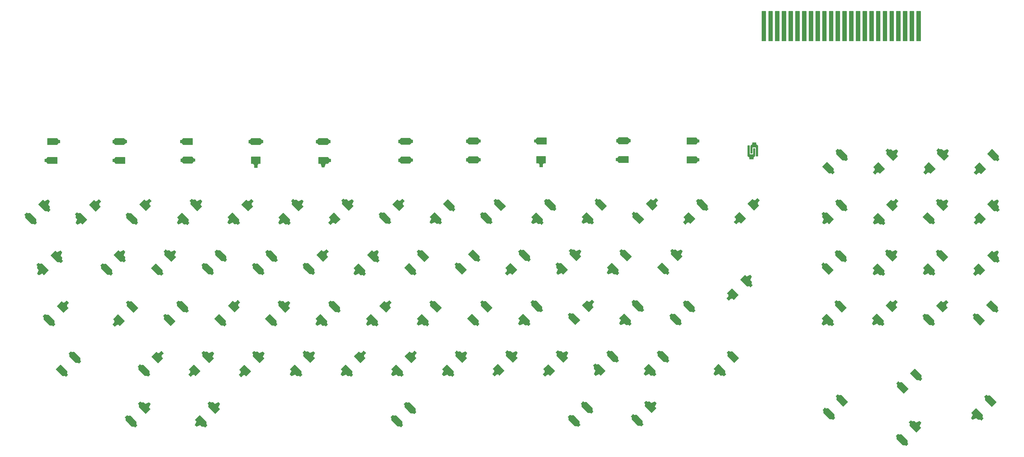
<source format=gbr>
%TF.GenerationSoftware,KiCad,Pcbnew,9.0.3*%
%TF.CreationDate,2025-10-03T14:49:21+02:00*%
%TF.ProjectId,Sony_HB-F1Xxx_Membrane,536f6e79-5f48-4422-9d46-315878785f4d,1.0*%
%TF.SameCoordinates,Original*%
%TF.FileFunction,Soldermask,Top*%
%TF.FilePolarity,Negative*%
%FSLAX46Y46*%
G04 Gerber Fmt 4.6, Leading zero omitted, Abs format (unit mm)*
G04 Created by KiCad (PCBNEW 9.0.3) date 2025-10-03 14:49:21*
%MOMM*%
%LPD*%
G01*
G04 APERTURE LIST*
%ADD10C,0.200000*%
G04 APERTURE END LIST*
D10*
X303400000Y-29065881D02*
X301900000Y-29065881D01*
X301900000Y-17865881D01*
X303400000Y-17865881D01*
X303400000Y-29065881D01*
G36*
X303400000Y-29065881D02*
G01*
X301900000Y-29065881D01*
X301900000Y-17865881D01*
X303400000Y-17865881D01*
X303400000Y-29065881D01*
G37*
X305930434Y-29065881D02*
X304430434Y-29065881D01*
X304430434Y-17865881D01*
X305930434Y-17865881D01*
X305930434Y-29065881D01*
G36*
X305930434Y-29065881D02*
G01*
X304430434Y-29065881D01*
X304430434Y-17865881D01*
X305930434Y-17865881D01*
X305930434Y-29065881D01*
G37*
X308460868Y-29065881D02*
X306960868Y-29065881D01*
X306960868Y-17865881D01*
X308460868Y-17865881D01*
X308460868Y-29065881D01*
G36*
X308460868Y-29065881D02*
G01*
X306960868Y-29065881D01*
X306960868Y-17865881D01*
X308460868Y-17865881D01*
X308460868Y-29065881D01*
G37*
X310991302Y-29065881D02*
X309491302Y-29065881D01*
X309491302Y-17865881D01*
X310991302Y-17865881D01*
X310991302Y-29065881D01*
G36*
X310991302Y-29065881D02*
G01*
X309491302Y-29065881D01*
X309491302Y-17865881D01*
X310991302Y-17865881D01*
X310991302Y-29065881D01*
G37*
X313521736Y-29065881D02*
X312021736Y-29065881D01*
X312021736Y-17865881D01*
X313521736Y-17865881D01*
X313521736Y-29065881D01*
G36*
X313521736Y-29065881D02*
G01*
X312021736Y-29065881D01*
X312021736Y-17865881D01*
X313521736Y-17865881D01*
X313521736Y-29065881D01*
G37*
X316052170Y-29065881D02*
X314552170Y-29065881D01*
X314552170Y-17865881D01*
X316052170Y-17865881D01*
X316052170Y-29065881D01*
G36*
X316052170Y-29065881D02*
G01*
X314552170Y-29065881D01*
X314552170Y-17865881D01*
X316052170Y-17865881D01*
X316052170Y-29065881D01*
G37*
X318582604Y-29065881D02*
X317082604Y-29065881D01*
X317082604Y-17865881D01*
X318582604Y-17865881D01*
X318582604Y-29065881D01*
G36*
X318582604Y-29065881D02*
G01*
X317082604Y-29065881D01*
X317082604Y-17865881D01*
X318582604Y-17865881D01*
X318582604Y-29065881D01*
G37*
X321113038Y-29065881D02*
X319613038Y-29065881D01*
X319613038Y-17865881D01*
X321113038Y-17865881D01*
X321113038Y-29065881D01*
G36*
X321113038Y-29065881D02*
G01*
X319613038Y-29065881D01*
X319613038Y-17865881D01*
X321113038Y-17865881D01*
X321113038Y-29065881D01*
G37*
X323643472Y-29065881D02*
X322143472Y-29065881D01*
X322143472Y-17865881D01*
X323643472Y-17865881D01*
X323643472Y-29065881D01*
G36*
X323643472Y-29065881D02*
G01*
X322143472Y-29065881D01*
X322143472Y-17865881D01*
X323643472Y-17865881D01*
X323643472Y-29065881D01*
G37*
X326173906Y-29065881D02*
X324673906Y-29065881D01*
X324673906Y-17865881D01*
X326173906Y-17865881D01*
X326173906Y-29065881D01*
G36*
X326173906Y-29065881D02*
G01*
X324673906Y-29065881D01*
X324673906Y-17865881D01*
X326173906Y-17865881D01*
X326173906Y-29065881D01*
G37*
X328704340Y-29065881D02*
X327204340Y-29065881D01*
X327204340Y-17865881D01*
X328704340Y-17865881D01*
X328704340Y-29065881D01*
G36*
X328704340Y-29065881D02*
G01*
X327204340Y-29065881D01*
X327204340Y-17865881D01*
X328704340Y-17865881D01*
X328704340Y-29065881D01*
G37*
X331234774Y-29065881D02*
X329734774Y-29065881D01*
X329734774Y-17865881D01*
X331234774Y-17865881D01*
X331234774Y-29065881D01*
G36*
X331234774Y-29065881D02*
G01*
X329734774Y-29065881D01*
X329734774Y-17865881D01*
X331234774Y-17865881D01*
X331234774Y-29065881D01*
G37*
X333765208Y-29065881D02*
X332265208Y-29065881D01*
X332265208Y-17865881D01*
X333765208Y-17865881D01*
X333765208Y-29065881D01*
G36*
X333765208Y-29065881D02*
G01*
X332265208Y-29065881D01*
X332265208Y-17865881D01*
X333765208Y-17865881D01*
X333765208Y-29065881D01*
G37*
X336295642Y-29065881D02*
X334795642Y-29065881D01*
X334795642Y-17865881D01*
X336295642Y-17865881D01*
X336295642Y-29065881D01*
G36*
X336295642Y-29065881D02*
G01*
X334795642Y-29065881D01*
X334795642Y-17865881D01*
X336295642Y-17865881D01*
X336295642Y-29065881D01*
G37*
X338826076Y-29065881D02*
X337326076Y-29065881D01*
X337326076Y-17865881D01*
X338826076Y-17865881D01*
X338826076Y-29065881D01*
G36*
X338826076Y-29065881D02*
G01*
X337326076Y-29065881D01*
X337326076Y-17865881D01*
X338826076Y-17865881D01*
X338826076Y-29065881D01*
G37*
X341356510Y-29065881D02*
X339856510Y-29065881D01*
X339856510Y-17865881D01*
X341356510Y-17865881D01*
X341356510Y-29065881D01*
G36*
X341356510Y-29065881D02*
G01*
X339856510Y-29065881D01*
X339856510Y-17865881D01*
X341356510Y-17865881D01*
X341356510Y-29065881D01*
G37*
X343886944Y-29065881D02*
X342386944Y-29065881D01*
X342386944Y-17865881D01*
X343886944Y-17865881D01*
X343886944Y-29065881D01*
G36*
X343886944Y-29065881D02*
G01*
X342386944Y-29065881D01*
X342386944Y-17865881D01*
X343886944Y-17865881D01*
X343886944Y-29065881D01*
G37*
X346417378Y-29065881D02*
X344917378Y-29065881D01*
X344917378Y-17865881D01*
X346417378Y-17865881D01*
X346417378Y-29065881D01*
G36*
X346417378Y-29065881D02*
G01*
X344917378Y-29065881D01*
X344917378Y-17865881D01*
X346417378Y-17865881D01*
X346417378Y-29065881D01*
G37*
X348947812Y-29065881D02*
X347447812Y-29065881D01*
X347447812Y-17865881D01*
X348947812Y-17865881D01*
X348947812Y-29065881D01*
G36*
X348947812Y-29065881D02*
G01*
X347447812Y-29065881D01*
X347447812Y-17865881D01*
X348947812Y-17865881D01*
X348947812Y-29065881D01*
G37*
X351478246Y-29065881D02*
X349978246Y-29065881D01*
X349978246Y-17865881D01*
X351478246Y-17865881D01*
X351478246Y-29065881D01*
G36*
X351478246Y-29065881D02*
G01*
X349978246Y-29065881D01*
X349978246Y-17865881D01*
X351478246Y-17865881D01*
X351478246Y-29065881D01*
G37*
X354008680Y-29065881D02*
X352508680Y-29065881D01*
X352508680Y-17865881D01*
X354008680Y-17865881D01*
X354008680Y-29065881D01*
G36*
X354008680Y-29065881D02*
G01*
X352508680Y-29065881D01*
X352508680Y-17865881D01*
X354008680Y-17865881D01*
X354008680Y-29065881D01*
G37*
X356539114Y-29065881D02*
X355039114Y-29065881D01*
X355039114Y-17865881D01*
X356539114Y-17865881D01*
X356539114Y-29065881D01*
G36*
X356539114Y-29065881D02*
G01*
X355039114Y-29065881D01*
X355039114Y-17865881D01*
X356539114Y-17865881D01*
X356539114Y-29065881D01*
G37*
X359069548Y-29065881D02*
X357569548Y-29065881D01*
X357569548Y-17865881D01*
X359069548Y-17865881D01*
X359069548Y-29065881D01*
G36*
X359069548Y-29065881D02*
G01*
X357569548Y-29065881D01*
X357569548Y-17865881D01*
X359069548Y-17865881D01*
X359069548Y-29065881D01*
G37*
X361600000Y-29065881D02*
X360100000Y-29065881D01*
X360100000Y-17865881D01*
X361600000Y-17865881D01*
X361600000Y-29065881D01*
G36*
X361600000Y-29065881D02*
G01*
X360100000Y-29065881D01*
X360100000Y-17865881D01*
X361600000Y-17865881D01*
X361600000Y-29065881D01*
G37*
X347615775Y-134451659D02*
X347545064Y-135370898D01*
X347898617Y-135724451D01*
X347191511Y-136431558D01*
X346837957Y-136078005D01*
X345918718Y-136148715D01*
X345300000Y-135529997D01*
X343938819Y-136148715D01*
X343691332Y-135901228D01*
X343381973Y-135591869D01*
X344062563Y-134292560D01*
X343443845Y-133673842D01*
X345140901Y-131976785D01*
X347615775Y-134451659D01*
G36*
X347615775Y-134451659D02*
G01*
X347545064Y-135370898D01*
X347898617Y-135724451D01*
X347191511Y-136431558D01*
X346837957Y-136078005D01*
X345918718Y-136148715D01*
X345300000Y-135529997D01*
X343938819Y-136148715D01*
X343691332Y-135901228D01*
X343381973Y-135591869D01*
X344062563Y-134292560D01*
X343443845Y-133673842D01*
X345140901Y-131976785D01*
X347615775Y-134451659D01*
G37*
X68477944Y-165423780D02*
X69397183Y-165353070D01*
X70015901Y-165971788D01*
X71377082Y-165353070D01*
X71624569Y-165600557D01*
X71933928Y-165909916D01*
X71253338Y-167209225D01*
X71872056Y-167827943D01*
X70175000Y-169525000D01*
X67700126Y-167050126D01*
X67770837Y-166130887D01*
X67417284Y-165777334D01*
X68124390Y-165070227D01*
X68477944Y-165423780D01*
G36*
X68477944Y-165423780D02*
G01*
X69397183Y-165353070D01*
X70015901Y-165971788D01*
X71377082Y-165353070D01*
X71624569Y-165600557D01*
X71933928Y-165909916D01*
X71253338Y-167209225D01*
X71872056Y-167827943D01*
X70175000Y-169525000D01*
X67700126Y-167050126D01*
X67770837Y-166130887D01*
X67417284Y-165777334D01*
X68124390Y-165070227D01*
X68477944Y-165423780D01*
G37*
X363452866Y-132242816D02*
X364372105Y-132172105D01*
X366634846Y-134434847D01*
X366634846Y-135424796D01*
X366917689Y-135707639D01*
X366210582Y-136414746D01*
X365927739Y-136131903D01*
X364937790Y-136131903D01*
X362675048Y-133869161D01*
X362675048Y-133020633D01*
X362392206Y-132737790D01*
X363170023Y-131959973D01*
X363452866Y-132242816D01*
G36*
X363452866Y-132242816D02*
G01*
X364372105Y-132172105D01*
X366634846Y-134434847D01*
X366634846Y-135424796D01*
X366917689Y-135707639D01*
X366210582Y-136414746D01*
X365927739Y-136131903D01*
X364937790Y-136131903D01*
X362675048Y-133869161D01*
X362675048Y-133020633D01*
X362392206Y-132737790D01*
X363170023Y-131959973D01*
X363452866Y-132242816D01*
G37*
X90710757Y-153551211D02*
X88942990Y-155318978D01*
X88448016Y-154824003D01*
X87811619Y-154894714D01*
X87104513Y-155601821D01*
X86326695Y-154824003D01*
X87033802Y-154116897D01*
X87033802Y-153409790D01*
X86538827Y-152914815D01*
X88306594Y-151147048D01*
X90710757Y-153551211D01*
G36*
X90710757Y-153551211D02*
G01*
X88942990Y-155318978D01*
X88448016Y-154824003D01*
X87811619Y-154894714D01*
X87104513Y-155601821D01*
X86326695Y-154824003D01*
X87033802Y-154116897D01*
X87033802Y-153409790D01*
X86538827Y-152914815D01*
X88306594Y-151147048D01*
X90710757Y-153551211D01*
G37*
X288071930Y-153427817D02*
X288001219Y-154347056D01*
X288354772Y-154700609D01*
X287647666Y-155407716D01*
X287294112Y-155054163D01*
X286374873Y-155124873D01*
X285756155Y-154506155D01*
X284394974Y-155124873D01*
X284147487Y-154877386D01*
X283838128Y-154568027D01*
X284518718Y-153268718D01*
X283900000Y-152650000D01*
X285597056Y-150952943D01*
X288071930Y-153427817D01*
G36*
X288071930Y-153427817D02*
G01*
X288001219Y-154347056D01*
X288354772Y-154700609D01*
X287647666Y-155407716D01*
X287294112Y-155054163D01*
X286374873Y-155124873D01*
X285756155Y-154506155D01*
X284394974Y-155124873D01*
X284147487Y-154877386D01*
X283838128Y-154568027D01*
X284518718Y-153268718D01*
X283900000Y-152650000D01*
X285597056Y-150952943D01*
X288071930Y-153427817D01*
G37*
X105616295Y-127594975D02*
X104909188Y-128302081D01*
X104909188Y-129009188D01*
X105404163Y-129504163D01*
X103636396Y-131271930D01*
X101232233Y-128867767D01*
X103000000Y-127100000D01*
X103494974Y-127594975D01*
X104131371Y-127524264D01*
X104838477Y-126817157D01*
X105616295Y-127594975D01*
G36*
X105616295Y-127594975D02*
G01*
X104909188Y-128302081D01*
X104909188Y-129009188D01*
X105404163Y-129504163D01*
X103636396Y-131271930D01*
X101232233Y-128867767D01*
X103000000Y-127100000D01*
X103494974Y-127594975D01*
X104131371Y-127524264D01*
X104838477Y-126817157D01*
X105616295Y-127594975D01*
G37*
X158980761Y-93935177D02*
X159900000Y-93864466D01*
X162162741Y-96127208D01*
X162162741Y-97117157D01*
X162445584Y-97400000D01*
X161738477Y-98107107D01*
X161455634Y-97824264D01*
X160465685Y-97824264D01*
X158202943Y-95561522D01*
X158202943Y-94712994D01*
X157920101Y-94430151D01*
X158697918Y-93652334D01*
X158980761Y-93935177D01*
G36*
X158980761Y-93935177D02*
G01*
X159900000Y-93864466D01*
X162162741Y-96127208D01*
X162162741Y-97117157D01*
X162445584Y-97400000D01*
X161738477Y-98107107D01*
X161455634Y-97824264D01*
X160465685Y-97824264D01*
X158202943Y-95561522D01*
X158202943Y-94712994D01*
X157920101Y-94430151D01*
X158697918Y-93652334D01*
X158980761Y-93935177D01*
G37*
X128733802Y-153609790D02*
X128663091Y-154529029D01*
X129016644Y-154882582D01*
X128309538Y-155589689D01*
X127955984Y-155236136D01*
X127036745Y-155306846D01*
X126418027Y-154688128D01*
X125056846Y-155306846D01*
X124809359Y-155059359D01*
X124500000Y-154750000D01*
X125180590Y-153450691D01*
X124561872Y-152831973D01*
X126258928Y-151134916D01*
X128733802Y-153609790D01*
G36*
X128733802Y-153609790D02*
G01*
X128663091Y-154529029D01*
X129016644Y-154882582D01*
X128309538Y-155589689D01*
X127955984Y-155236136D01*
X127036745Y-155306846D01*
X126418027Y-154688128D01*
X125056846Y-155306846D01*
X124809359Y-155059359D01*
X124500000Y-154750000D01*
X125180590Y-153450691D01*
X124561872Y-152831973D01*
X126258928Y-151134916D01*
X128733802Y-153609790D01*
G37*
X273360660Y-127205026D02*
X274279899Y-127134315D01*
X276542640Y-129397057D01*
X276542640Y-130387006D01*
X276825483Y-130669849D01*
X276118376Y-131376956D01*
X275835533Y-131094113D01*
X274845584Y-131094113D01*
X272582842Y-128831371D01*
X272582842Y-127982843D01*
X272300000Y-127700000D01*
X273077817Y-126922183D01*
X273360660Y-127205026D01*
G36*
X273360660Y-127205026D02*
G01*
X274279899Y-127134315D01*
X276542640Y-129397057D01*
X276542640Y-130387006D01*
X276825483Y-130669849D01*
X276118376Y-131376956D01*
X275835533Y-131094113D01*
X274845584Y-131094113D01*
X272582842Y-128831371D01*
X272582842Y-127982843D01*
X272300000Y-127700000D01*
X273077817Y-126922183D01*
X273360660Y-127205026D01*
G37*
X138918377Y-108502944D02*
X138211270Y-109210050D01*
X138211270Y-109917157D01*
X138706245Y-110412132D01*
X136938478Y-112179899D01*
X134534315Y-109775736D01*
X136302082Y-108007969D01*
X136797056Y-108502944D01*
X137433453Y-108432233D01*
X138140559Y-107725126D01*
X138918377Y-108502944D01*
G36*
X138918377Y-108502944D02*
G01*
X138211270Y-109210050D01*
X138211270Y-109917157D01*
X138706245Y-110412132D01*
X136938478Y-112179899D01*
X134534315Y-109775736D01*
X136302082Y-108007969D01*
X136797056Y-108502944D01*
X137433453Y-108432233D01*
X138140559Y-107725126D01*
X138918377Y-108502944D01*
G37*
X219462741Y-96327208D02*
X219392030Y-97246447D01*
X219745583Y-97600000D01*
X219038477Y-98307107D01*
X218684923Y-97953554D01*
X217765684Y-98024264D01*
X217146966Y-97405546D01*
X215785785Y-98024264D01*
X215538298Y-97776777D01*
X215228939Y-97467418D01*
X215909529Y-96168109D01*
X215290811Y-95549391D01*
X216987867Y-93852334D01*
X219462741Y-96327208D01*
G36*
X219462741Y-96327208D02*
G01*
X219392030Y-97246447D01*
X219745583Y-97600000D01*
X219038477Y-98307107D01*
X218684923Y-97953554D01*
X217765684Y-98024264D01*
X217146966Y-97405546D01*
X215785785Y-98024264D01*
X215538298Y-97776777D01*
X215228939Y-97467418D01*
X215909529Y-96168109D01*
X215290811Y-95549391D01*
X216987867Y-93852334D01*
X219462741Y-96327208D01*
G37*
X138358415Y-134618719D02*
X138287704Y-135537958D01*
X138641257Y-135891510D01*
X137934151Y-136598618D01*
X137580597Y-136245065D01*
X136661358Y-136315775D01*
X136042640Y-135697057D01*
X134681459Y-136315775D01*
X134433972Y-136068288D01*
X134124613Y-135758929D01*
X134805203Y-134459620D01*
X134186485Y-133840902D01*
X135883541Y-132143845D01*
X138358415Y-134618719D01*
G36*
X138358415Y-134618719D02*
G01*
X138287704Y-135537958D01*
X138641257Y-135891510D01*
X137934151Y-136598618D01*
X137580597Y-136245065D01*
X136661358Y-136315775D01*
X136042640Y-135697057D01*
X134681459Y-136315775D01*
X134433972Y-136068288D01*
X134124613Y-135758929D01*
X134805203Y-134459620D01*
X134186485Y-133840902D01*
X135883541Y-132143845D01*
X138358415Y-134618719D01*
G37*
X230080761Y-131936591D02*
X231000000Y-131865881D01*
X233474874Y-134340754D01*
X231777818Y-136037811D01*
X229302944Y-133562937D01*
X229373655Y-132643698D01*
X229020101Y-132290145D01*
X229727208Y-131583038D01*
X230080761Y-131936591D01*
G36*
X230080761Y-131936591D02*
G01*
X231000000Y-131865881D01*
X233474874Y-134340754D01*
X231777818Y-136037811D01*
X229302944Y-133562937D01*
X229373655Y-132643698D01*
X229020101Y-132290145D01*
X229727208Y-131583038D01*
X230080761Y-131936591D01*
G37*
X78121662Y-108117499D02*
X79040901Y-108046789D01*
X79659619Y-108665507D01*
X81020800Y-108046789D01*
X81268287Y-108294276D01*
X81577646Y-108603635D01*
X80897056Y-109902944D01*
X81515774Y-110521662D01*
X79818718Y-112218719D01*
X77343844Y-109743845D01*
X77414555Y-108824606D01*
X77061002Y-108471053D01*
X77768108Y-107763946D01*
X78121662Y-108117499D01*
G36*
X78121662Y-108117499D02*
G01*
X79040901Y-108046789D01*
X79659619Y-108665507D01*
X81020800Y-108046789D01*
X81268287Y-108294276D01*
X81577646Y-108603635D01*
X80897056Y-109902944D01*
X81515774Y-110521662D01*
X79818718Y-112218719D01*
X77343844Y-109743845D01*
X77414555Y-108824606D01*
X77061002Y-108471053D01*
X77768108Y-107763946D01*
X78121662Y-108117499D01*
G37*
X268574874Y-107876598D02*
X269494113Y-107805888D01*
X270112831Y-108424606D01*
X271474012Y-107805888D01*
X271721499Y-108053375D01*
X272030858Y-108362734D01*
X271350268Y-109662043D01*
X271968986Y-110280761D01*
X270271930Y-111977818D01*
X267797056Y-109502944D01*
X267867767Y-108583705D01*
X267514214Y-108230153D01*
X268221320Y-107523045D01*
X268574874Y-107876598D01*
G36*
X268574874Y-107876598D02*
G01*
X269494113Y-107805888D01*
X270112831Y-108424606D01*
X271474012Y-107805888D01*
X271721499Y-108053375D01*
X272030858Y-108362734D01*
X271350268Y-109662043D01*
X271968986Y-110280761D01*
X270271930Y-111977818D01*
X267797056Y-109502944D01*
X267867767Y-108583705D01*
X267514214Y-108230153D01*
X268221320Y-107523045D01*
X268574874Y-107876598D01*
G37*
X181262741Y-96227208D02*
X181192030Y-97146447D01*
X181545583Y-97500000D01*
X180838477Y-98207107D01*
X180484923Y-97853554D01*
X179565684Y-97924264D01*
X178946966Y-97305546D01*
X177585785Y-97924264D01*
X177338298Y-97676777D01*
X177028939Y-97367418D01*
X177709529Y-96068109D01*
X177090811Y-95449391D01*
X178787867Y-93752334D01*
X181262741Y-96227208D01*
G36*
X181262741Y-96227208D02*
G01*
X181192030Y-97146447D01*
X181545583Y-97500000D01*
X180838477Y-98207107D01*
X180484923Y-97853554D01*
X179565684Y-97924264D01*
X178946966Y-97305546D01*
X177585785Y-97924264D01*
X177338298Y-97676777D01*
X177028939Y-97367418D01*
X177709529Y-96068109D01*
X177090811Y-95449391D01*
X178787867Y-93752334D01*
X181262741Y-96227208D01*
G37*
X349355888Y-108045837D02*
X350275127Y-107975127D01*
X350893845Y-108593845D01*
X352255026Y-107975127D01*
X352502513Y-108222614D01*
X352811872Y-108531973D01*
X352131282Y-109831282D01*
X352750000Y-110450000D01*
X351052944Y-112147057D01*
X348578070Y-109672183D01*
X348648781Y-108752944D01*
X348295228Y-108399391D01*
X349002334Y-107692284D01*
X349355888Y-108045837D01*
G36*
X349355888Y-108045837D02*
G01*
X350275127Y-107975127D01*
X350893845Y-108593845D01*
X352255026Y-107975127D01*
X352502513Y-108222614D01*
X352811872Y-108531973D01*
X352131282Y-109831282D01*
X352750000Y-110450000D01*
X351052944Y-112147057D01*
X348578070Y-109672183D01*
X348648781Y-108752944D01*
X348295228Y-108399391D01*
X349002334Y-107692284D01*
X349355888Y-108045837D01*
G37*
X224010757Y-153451211D02*
X222242990Y-155218978D01*
X221748016Y-154724003D01*
X221111619Y-154794714D01*
X220404513Y-155501821D01*
X219626695Y-154724003D01*
X220333802Y-154016897D01*
X220333802Y-153309790D01*
X219838827Y-152814815D01*
X221606594Y-151047048D01*
X224010757Y-153451211D01*
G36*
X224010757Y-153451211D02*
G01*
X222242990Y-155218978D01*
X221748016Y-154724003D01*
X221111619Y-154794714D01*
X220404513Y-155501821D01*
X219626695Y-154724003D01*
X220333802Y-154016897D01*
X220333802Y-153309790D01*
X219838827Y-152814815D01*
X221606594Y-151047048D01*
X224010757Y-153451211D01*
G37*
X390679118Y-89205106D02*
X390926605Y-89452593D01*
X390307887Y-90813774D01*
X390926605Y-91432492D01*
X390855895Y-92351731D01*
X391209448Y-92705285D01*
X390502341Y-93412391D01*
X390148788Y-93058838D01*
X389229549Y-93129549D01*
X386754675Y-90654675D01*
X388451732Y-88957619D01*
X389070450Y-89576337D01*
X390369759Y-88895747D01*
X390679118Y-89205106D01*
G36*
X390679118Y-89205106D02*
G01*
X390926605Y-89452593D01*
X390307887Y-90813774D01*
X390926605Y-91432492D01*
X390855895Y-92351731D01*
X391209448Y-92705285D01*
X390502341Y-93412391D01*
X390148788Y-93058838D01*
X389229549Y-93129549D01*
X386754675Y-90654675D01*
X388451732Y-88957619D01*
X389070450Y-89576337D01*
X390369759Y-88895747D01*
X390679118Y-89205106D01*
G37*
X92358408Y-146324345D02*
X93277647Y-146253635D01*
X93896365Y-146872353D01*
X95257546Y-146253635D01*
X95505033Y-146501122D01*
X95814392Y-146810481D01*
X95133802Y-148109790D01*
X95752520Y-148728508D01*
X94055464Y-150425565D01*
X91580590Y-147950691D01*
X91651301Y-147031452D01*
X91297748Y-146677899D01*
X92004854Y-145970792D01*
X92358408Y-146324345D01*
G36*
X92358408Y-146324345D02*
G01*
X93277647Y-146253635D01*
X93896365Y-146872353D01*
X95257546Y-146253635D01*
X95505033Y-146501122D01*
X95814392Y-146810481D01*
X95133802Y-148109790D01*
X95752520Y-148728508D01*
X94055464Y-150425565D01*
X91580590Y-147950691D01*
X91651301Y-147031452D01*
X91297748Y-146677899D01*
X92004854Y-145970792D01*
X92358408Y-146324345D01*
G37*
X205010757Y-153351211D02*
X203242990Y-155118978D01*
X202748016Y-154624003D01*
X202111619Y-154694714D01*
X201404513Y-155401821D01*
X200626695Y-154624003D01*
X201333802Y-153916897D01*
X201333802Y-153209790D01*
X200838827Y-152714815D01*
X202606594Y-150947048D01*
X205010757Y-153351211D01*
G36*
X205010757Y-153351211D02*
G01*
X203242990Y-155118978D01*
X202748016Y-154624003D01*
X202111619Y-154694714D01*
X201404513Y-155401821D01*
X200626695Y-154624003D01*
X201333802Y-153916897D01*
X201333802Y-153209790D01*
X200838827Y-152714815D01*
X202606594Y-150947048D01*
X205010757Y-153351211D01*
G37*
X247897056Y-115302944D02*
X247826345Y-116222183D01*
X248179898Y-116575736D01*
X247472792Y-117282843D01*
X247119238Y-116929290D01*
X246199999Y-117000000D01*
X245581281Y-116381282D01*
X244220100Y-117000000D01*
X243972613Y-116752513D01*
X243663254Y-116443154D01*
X244343844Y-115143845D01*
X243725126Y-114525127D01*
X245422182Y-112828070D01*
X247897056Y-115302944D01*
G36*
X247897056Y-115302944D02*
G01*
X247826345Y-116222183D01*
X248179898Y-116575736D01*
X247472792Y-117282843D01*
X247119238Y-116929290D01*
X246199999Y-117000000D01*
X245581281Y-116381282D01*
X244220100Y-117000000D01*
X243972613Y-116752513D01*
X243663254Y-116443154D01*
X244343844Y-115143845D01*
X243725126Y-114525127D01*
X245422182Y-112828070D01*
X247897056Y-115302944D01*
G37*
X293074011Y-124844365D02*
X291306244Y-126612132D01*
X290811270Y-126117157D01*
X290174873Y-126187868D01*
X289467767Y-126894975D01*
X288689949Y-126117157D01*
X289397056Y-125410051D01*
X289397056Y-124702944D01*
X288902081Y-124207969D01*
X290669848Y-122440202D01*
X293074011Y-124844365D01*
G36*
X293074011Y-124844365D02*
G01*
X291306244Y-126612132D01*
X290811270Y-126117157D01*
X290174873Y-126187868D01*
X289467767Y-126894975D01*
X288689949Y-126117157D01*
X289397056Y-125410051D01*
X289397056Y-124702944D01*
X288902081Y-124207969D01*
X290669848Y-122440202D01*
X293074011Y-124844365D01*
G37*
X54318020Y-113257969D02*
X55237259Y-113187258D01*
X57500000Y-115450000D01*
X57500000Y-116439949D01*
X57782843Y-116722792D01*
X57075736Y-117429899D01*
X56792893Y-117147056D01*
X55802944Y-117147056D01*
X53540202Y-114884314D01*
X53540202Y-114035786D01*
X53257360Y-113752943D01*
X54035177Y-112975126D01*
X54318020Y-113257969D01*
G36*
X54318020Y-113257969D02*
G01*
X55237259Y-113187258D01*
X57500000Y-115450000D01*
X57500000Y-116439949D01*
X57782843Y-116722792D01*
X57075736Y-117429899D01*
X56792893Y-117147056D01*
X55802944Y-117147056D01*
X53540202Y-114884314D01*
X53540202Y-114035786D01*
X53257360Y-113752943D01*
X54035177Y-112975126D01*
X54318020Y-113257969D01*
G37*
X386100000Y-77404163D02*
X384332233Y-79171930D01*
X383837259Y-78676955D01*
X383200862Y-78747666D01*
X382493756Y-79454773D01*
X381715938Y-78676955D01*
X382423045Y-77969849D01*
X382423045Y-77262742D01*
X381928070Y-76767767D01*
X383695837Y-75000000D01*
X386100000Y-77404163D01*
G36*
X386100000Y-77404163D02*
G01*
X384332233Y-79171930D01*
X383837259Y-78676955D01*
X383200862Y-78747666D01*
X382493756Y-79454773D01*
X381715938Y-78676955D01*
X382423045Y-77969849D01*
X382423045Y-77262742D01*
X381928070Y-76767767D01*
X383695837Y-75000000D01*
X386100000Y-77404163D01*
G37*
X186262741Y-91327208D02*
X186192030Y-92246447D01*
X186545584Y-92600000D01*
X185838477Y-93307107D01*
X185484924Y-92953554D01*
X184565685Y-93024264D01*
X182090811Y-90549391D01*
X183787867Y-88852334D01*
X186262741Y-91327208D01*
G36*
X186262741Y-91327208D02*
G01*
X186192030Y-92246447D01*
X186545584Y-92600000D01*
X185838477Y-93307107D01*
X185484924Y-92953554D01*
X184565685Y-93024264D01*
X182090811Y-90549391D01*
X183787867Y-88852334D01*
X186262741Y-91327208D01*
G37*
X230459099Y-107854936D02*
X231378338Y-107784226D01*
X231997056Y-108402944D01*
X233358237Y-107784226D01*
X233605724Y-108031713D01*
X233915083Y-108341072D01*
X233234493Y-109640381D01*
X233853211Y-110259099D01*
X232156155Y-111956156D01*
X229681281Y-109481282D01*
X229751992Y-108562043D01*
X229398439Y-108208491D01*
X230105545Y-107501383D01*
X230459099Y-107854936D01*
G36*
X230459099Y-107854936D02*
G01*
X231378338Y-107784226D01*
X231997056Y-108402944D01*
X233358237Y-107784226D01*
X233605724Y-108031713D01*
X233915083Y-108341072D01*
X233234493Y-109640381D01*
X233853211Y-110259099D01*
X232156155Y-111956156D01*
X229681281Y-109481282D01*
X229751992Y-108562043D01*
X229398439Y-108208491D01*
X230105545Y-107501383D01*
X230459099Y-107854936D01*
G37*
X92318020Y-113107969D02*
X93237259Y-113037258D01*
X95500000Y-115300000D01*
X95500000Y-116289949D01*
X95782843Y-116572792D01*
X95075736Y-117279899D01*
X94792893Y-116997056D01*
X93802944Y-116997056D01*
X91540202Y-114734314D01*
X91540202Y-113885786D01*
X91257360Y-113602943D01*
X92035177Y-112825126D01*
X92318020Y-113107969D01*
G36*
X92318020Y-113107969D02*
G01*
X93237259Y-113037258D01*
X95500000Y-115300000D01*
X95500000Y-116289949D01*
X95782843Y-116572792D01*
X95075736Y-117279899D01*
X94792893Y-116997056D01*
X93802944Y-116997056D01*
X91540202Y-114734314D01*
X91540202Y-113885786D01*
X91257360Y-113602943D01*
X92035177Y-112825126D01*
X92318020Y-113107969D01*
G37*
X297300000Y-71900000D02*
X298700000Y-71900000D01*
X298700000Y-69600000D01*
X299300000Y-69600000D01*
X299300000Y-72400000D01*
X298700000Y-73000000D01*
X298700000Y-73600000D01*
X297300000Y-73600000D01*
X297300000Y-72900000D01*
X296600000Y-72500000D01*
X296600000Y-68500000D01*
X297300000Y-68500000D01*
X297300000Y-71900000D01*
G36*
X297300000Y-71900000D02*
G01*
X298700000Y-71900000D01*
X298700000Y-69600000D01*
X299300000Y-69600000D01*
X299300000Y-72400000D01*
X298700000Y-73000000D01*
X298700000Y-73600000D01*
X297300000Y-73600000D01*
X297300000Y-72900000D01*
X296600000Y-72500000D01*
X296600000Y-68500000D01*
X297300000Y-68500000D01*
X297300000Y-71900000D01*
G37*
X266797056Y-115202944D02*
X266726345Y-116122183D01*
X267079899Y-116475736D01*
X266372792Y-117182843D01*
X266019239Y-116829290D01*
X265100000Y-116900000D01*
X262625126Y-114425127D01*
X264322182Y-112728070D01*
X266797056Y-115202944D01*
G36*
X266797056Y-115202944D02*
G01*
X266726345Y-116122183D01*
X267079899Y-116475736D01*
X266372792Y-117182843D01*
X266019239Y-116829290D01*
X265100000Y-116900000D01*
X262625126Y-114425127D01*
X264322182Y-112728070D01*
X266797056Y-115202944D01*
G37*
X197080761Y-93935177D02*
X198000000Y-93864466D01*
X200262741Y-96127208D01*
X200262741Y-97117157D01*
X200545584Y-97400000D01*
X199838477Y-98107107D01*
X199555634Y-97824264D01*
X198565685Y-97824264D01*
X196302943Y-95561522D01*
X196302943Y-94712994D01*
X196020101Y-94430151D01*
X196797918Y-93652334D01*
X197080761Y-93935177D01*
G36*
X197080761Y-93935177D02*
G01*
X198000000Y-93864466D01*
X200262741Y-96127208D01*
X200262741Y-97117157D01*
X200545584Y-97400000D01*
X199838477Y-98107107D01*
X199555634Y-97824264D01*
X198565685Y-97824264D01*
X196302943Y-95561522D01*
X196302943Y-94712994D01*
X196020101Y-94430151D01*
X196797918Y-93652334D01*
X197080761Y-93935177D01*
G37*
X119339696Y-134600001D02*
X119268985Y-135519240D01*
X119622539Y-135872793D01*
X118915432Y-136579900D01*
X118561880Y-136226347D01*
X117642640Y-136297057D01*
X115167766Y-133822184D01*
X116864823Y-132125127D01*
X119339696Y-134600001D01*
G36*
X119339696Y-134600001D02*
G01*
X119268985Y-135519240D01*
X119622539Y-135872793D01*
X118915432Y-136579900D01*
X118561880Y-136226347D01*
X117642640Y-136297057D01*
X115167766Y-133822184D01*
X116864823Y-132125127D01*
X119339696Y-134600001D01*
G37*
X262784062Y-89227208D02*
X262076955Y-89934314D01*
X262076955Y-90641421D01*
X262571930Y-91136396D01*
X260804163Y-92904163D01*
X258400000Y-90500000D01*
X260167767Y-88732233D01*
X260662741Y-89227208D01*
X261299138Y-89156497D01*
X262006244Y-88449390D01*
X262784062Y-89227208D01*
G36*
X262784062Y-89227208D02*
G01*
X262076955Y-89934314D01*
X262076955Y-90641421D01*
X262571930Y-91136396D01*
X260804163Y-92904163D01*
X258400000Y-90500000D01*
X260167767Y-88732233D01*
X260662741Y-89227208D01*
X261299138Y-89156497D01*
X262006244Y-88449390D01*
X262784062Y-89227208D01*
G37*
X384879996Y-170085884D02*
X384809285Y-171005123D01*
X385162838Y-171358676D01*
X384455732Y-172065783D01*
X384102178Y-171712230D01*
X383182939Y-171782940D01*
X382564221Y-171164222D01*
X381203040Y-171782940D01*
X380955553Y-171535453D01*
X380646194Y-171226094D01*
X381326784Y-169926785D01*
X380708066Y-169308067D01*
X382405122Y-167611010D01*
X384879996Y-170085884D01*
G36*
X384879996Y-170085884D02*
G01*
X384809285Y-171005123D01*
X385162838Y-171358676D01*
X384455732Y-172065783D01*
X384102178Y-171712230D01*
X383182939Y-171782940D01*
X382564221Y-171164222D01*
X381203040Y-171782940D01*
X380955553Y-171535453D01*
X380646194Y-171226094D01*
X381326784Y-169926785D01*
X380708066Y-169308067D01*
X382405122Y-167611010D01*
X384879996Y-170085884D01*
G37*
X88300000Y-73500000D02*
X88700000Y-73500000D01*
X88700000Y-74500000D01*
X88300000Y-74500000D01*
X87600000Y-75200000D01*
X84400000Y-75200000D01*
X83800000Y-74600000D01*
X83400000Y-74600000D01*
X83400000Y-73500000D01*
X83800000Y-73500000D01*
X84400000Y-72800000D01*
X87600000Y-72800000D01*
X88300000Y-73500000D01*
G36*
X88300000Y-73500000D02*
G01*
X88700000Y-73500000D01*
X88700000Y-74500000D01*
X88300000Y-74500000D01*
X87600000Y-75200000D01*
X84400000Y-75200000D01*
X83800000Y-74600000D01*
X83400000Y-74600000D01*
X83400000Y-73500000D01*
X83800000Y-73500000D01*
X84400000Y-72800000D01*
X87600000Y-72800000D01*
X88300000Y-73500000D01*
G37*
X105281459Y-96345926D02*
X105210748Y-97265165D01*
X105564301Y-97618718D01*
X104857195Y-98325825D01*
X104503641Y-97972272D01*
X103584402Y-98042982D01*
X102965684Y-97424264D01*
X101604503Y-98042982D01*
X101357016Y-97795495D01*
X101047657Y-97486136D01*
X101728247Y-96186827D01*
X101109529Y-95568109D01*
X102806585Y-93871052D01*
X105281459Y-96345926D01*
G36*
X105281459Y-96345926D02*
G01*
X105210748Y-97265165D01*
X105564301Y-97618718D01*
X104857195Y-98325825D01*
X104503641Y-97972272D01*
X103584402Y-98042982D01*
X102965684Y-97424264D01*
X101604503Y-98042982D01*
X101357016Y-97795495D01*
X101047657Y-97486136D01*
X101728247Y-96186827D01*
X101109529Y-95568109D01*
X102806585Y-93871052D01*
X105281459Y-96345926D01*
G37*
X221080761Y-88935177D02*
X222000000Y-88864466D01*
X224262741Y-91127208D01*
X224262741Y-92117157D01*
X224545584Y-92400000D01*
X223838477Y-93107107D01*
X223555634Y-92824264D01*
X222565685Y-92824264D01*
X220302943Y-90561522D01*
X220302943Y-89712994D01*
X220020101Y-89430151D01*
X220797918Y-88652334D01*
X221080761Y-88935177D01*
G36*
X221080761Y-88935177D02*
G01*
X222000000Y-88864466D01*
X224262741Y-91127208D01*
X224262741Y-92117157D01*
X224545584Y-92400000D01*
X223838477Y-93107107D01*
X223555634Y-92824264D01*
X222565685Y-92824264D01*
X220302943Y-90561522D01*
X220302943Y-89712994D01*
X220020101Y-89430151D01*
X220797918Y-88652334D01*
X221080761Y-88935177D01*
G37*
X167484062Y-89427208D02*
X166776955Y-90134314D01*
X166776955Y-90841421D01*
X167271930Y-91336396D01*
X165504163Y-93104163D01*
X163100000Y-90700000D01*
X164867767Y-88932233D01*
X165362741Y-89427208D01*
X165999138Y-89356497D01*
X166706244Y-88649390D01*
X167484062Y-89427208D01*
G36*
X167484062Y-89427208D02*
G01*
X166776955Y-90134314D01*
X166776955Y-90841421D01*
X167271930Y-91336396D01*
X165504163Y-93104163D01*
X163100000Y-90700000D01*
X164867767Y-88932233D01*
X165362741Y-89427208D01*
X165999138Y-89356497D01*
X166706244Y-88649390D01*
X167484062Y-89427208D01*
G37*
X209774011Y-115344365D02*
X208006244Y-117112132D01*
X207511270Y-116617157D01*
X206874873Y-116687868D01*
X206167767Y-117394975D01*
X205389949Y-116617157D01*
X206097056Y-115910051D01*
X206097056Y-115202944D01*
X205602081Y-114707969D01*
X207369848Y-112940202D01*
X209774011Y-115344365D01*
G36*
X209774011Y-115344365D02*
G01*
X208006244Y-117112132D01*
X207511270Y-116617157D01*
X206874873Y-116687868D01*
X206167767Y-117394975D01*
X205389949Y-116617157D01*
X206097056Y-115910051D01*
X206097056Y-115202944D01*
X205602081Y-114707969D01*
X207369848Y-112940202D01*
X209774011Y-115344365D01*
G37*
X113300000Y-75300000D02*
X112600000Y-75300000D01*
X112200000Y-75800000D01*
X112200000Y-76800000D01*
X111100000Y-76800000D01*
X111100000Y-75800000D01*
X110600000Y-75300000D01*
X109900000Y-75300000D01*
X109900000Y-72800000D01*
X113300000Y-72800000D01*
X113300000Y-75300000D01*
G36*
X113300000Y-75300000D02*
G01*
X112600000Y-75300000D01*
X112200000Y-75800000D01*
X112200000Y-76800000D01*
X111100000Y-76800000D01*
X111100000Y-75800000D01*
X110600000Y-75300000D01*
X109900000Y-75300000D01*
X109900000Y-72800000D01*
X113300000Y-72800000D01*
X113300000Y-75300000D01*
G37*
X254140558Y-93900862D02*
X255059797Y-93830152D01*
X257534671Y-96305025D01*
X255837615Y-98002082D01*
X253362741Y-95527208D01*
X253433452Y-94607969D01*
X253079898Y-94254416D01*
X253787005Y-93547309D01*
X254140558Y-93900862D01*
G36*
X254140558Y-93900862D02*
G01*
X255059797Y-93830152D01*
X257534671Y-96305025D01*
X255837615Y-98002082D01*
X253362741Y-95527208D01*
X253433452Y-94607969D01*
X253079898Y-94254416D01*
X253787005Y-93547309D01*
X254140558Y-93900862D01*
G37*
X385776955Y-115500000D02*
X384009188Y-117267767D01*
X383514214Y-116772792D01*
X382877817Y-116843503D01*
X382170711Y-117550610D01*
X381392893Y-116772792D01*
X382100000Y-116065686D01*
X382100000Y-115358579D01*
X381605025Y-114863604D01*
X383372792Y-113095837D01*
X385776955Y-115500000D01*
G36*
X385776955Y-115500000D02*
G01*
X384009188Y-117267767D01*
X383514214Y-116772792D01*
X382877817Y-116843503D01*
X382170711Y-117550610D01*
X381392893Y-116772792D01*
X382100000Y-116065686D01*
X382100000Y-115358579D01*
X381605025Y-114863604D01*
X383372792Y-113095837D01*
X385776955Y-115500000D01*
G37*
X94624606Y-165414555D02*
X95543845Y-165343845D01*
X96162563Y-165962563D01*
X97523744Y-165343845D01*
X97771231Y-165591332D01*
X98080590Y-165900691D01*
X97400000Y-167200000D01*
X98018718Y-167818718D01*
X96321662Y-169515775D01*
X93846788Y-167040901D01*
X93917499Y-166121662D01*
X93563946Y-165768109D01*
X94271052Y-165061002D01*
X94624606Y-165414555D01*
G36*
X94624606Y-165414555D02*
G01*
X95543845Y-165343845D01*
X96162563Y-165962563D01*
X97523744Y-165343845D01*
X97771231Y-165591332D01*
X98080590Y-165900691D01*
X97400000Y-167200000D01*
X98018718Y-167818718D01*
X96321662Y-169515775D01*
X93846788Y-167040901D01*
X93917499Y-166121662D01*
X93563946Y-165768109D01*
X94271052Y-165061002D01*
X94624606Y-165414555D01*
G37*
X187558408Y-146224345D02*
X188477647Y-146153635D01*
X189096365Y-146772353D01*
X190457546Y-146153635D01*
X190705033Y-146401122D01*
X191014392Y-146710481D01*
X190333802Y-148009790D01*
X190952520Y-148628508D01*
X189255464Y-150325565D01*
X186780590Y-147850691D01*
X186851301Y-146931452D01*
X186497748Y-146577899D01*
X187204854Y-145870792D01*
X187558408Y-146224345D01*
G36*
X187558408Y-146224345D02*
G01*
X188477647Y-146153635D01*
X189096365Y-146772353D01*
X190457546Y-146153635D01*
X190705033Y-146401122D01*
X191014392Y-146710481D01*
X190333802Y-148009790D01*
X190952520Y-148628508D01*
X189255464Y-150325565D01*
X186780590Y-147850691D01*
X186851301Y-146931452D01*
X186497748Y-146577899D01*
X187204854Y-145870792D01*
X187558408Y-146224345D01*
G37*
X44721840Y-94082144D02*
X45641079Y-94011433D01*
X48115953Y-96486307D01*
X46418896Y-98183363D01*
X45800178Y-97564645D01*
X44500869Y-98245235D01*
X44191510Y-97935876D01*
X43944023Y-97688389D01*
X44562741Y-96327208D01*
X43944023Y-95708490D01*
X44014733Y-94789251D01*
X43661180Y-94435697D01*
X44368288Y-93728591D01*
X44721840Y-94082144D01*
G36*
X44721840Y-94082144D02*
G01*
X45641079Y-94011433D01*
X48115953Y-96486307D01*
X46418896Y-98183363D01*
X45800178Y-97564645D01*
X44500869Y-98245235D01*
X44191510Y-97935876D01*
X43944023Y-97688389D01*
X44562741Y-96327208D01*
X43944023Y-95708490D01*
X44014733Y-94789251D01*
X43661180Y-94435697D01*
X44368288Y-93728591D01*
X44721840Y-94082144D01*
G37*
X206558408Y-146124345D02*
X207477647Y-146053635D01*
X208096365Y-146672353D01*
X209457546Y-146053635D01*
X209705033Y-146301122D01*
X210014392Y-146610481D01*
X209333802Y-147909790D01*
X209952520Y-148528508D01*
X208255464Y-150225565D01*
X205780590Y-147750691D01*
X205851301Y-146831452D01*
X205497748Y-146477899D01*
X206204854Y-145770792D01*
X206558408Y-146124345D01*
G36*
X206558408Y-146124345D02*
G01*
X207477647Y-146053635D01*
X208096365Y-146672353D01*
X209457546Y-146053635D01*
X209705033Y-146301122D01*
X210014392Y-146610481D01*
X209333802Y-147909790D01*
X209952520Y-148528508D01*
X208255464Y-150225565D01*
X205780590Y-147750691D01*
X205851301Y-146831452D01*
X205497748Y-146477899D01*
X206204854Y-145770792D01*
X206558408Y-146124345D01*
G37*
X386032582Y-96232582D02*
X384264815Y-98000349D01*
X383769841Y-97505374D01*
X383133444Y-97576085D01*
X382426338Y-98283192D01*
X381648520Y-97505374D01*
X382355627Y-96798268D01*
X382355627Y-96091161D01*
X381860652Y-95596186D01*
X383628419Y-93828419D01*
X386032582Y-96232582D01*
G36*
X386032582Y-96232582D02*
G01*
X384264815Y-98000349D01*
X383769841Y-97505374D01*
X383133444Y-97576085D01*
X382426338Y-98283192D01*
X381648520Y-97505374D01*
X382355627Y-96798268D01*
X382355627Y-96091161D01*
X381860652Y-95596186D01*
X383628419Y-93828419D01*
X386032582Y-96232582D01*
G37*
X371921321Y-127629997D02*
X371214214Y-128337103D01*
X371214214Y-129044210D01*
X371709189Y-129539185D01*
X369941422Y-131306952D01*
X367537259Y-128902789D01*
X369305026Y-127135022D01*
X369800000Y-127629997D01*
X370436397Y-127559286D01*
X371143503Y-126852179D01*
X371921321Y-127629997D01*
G36*
X371921321Y-127629997D02*
G01*
X371214214Y-128337103D01*
X371214214Y-129044210D01*
X371709189Y-129539185D01*
X369941422Y-131306952D01*
X367537259Y-128902789D01*
X369305026Y-127135022D01*
X369800000Y-127629997D01*
X370436397Y-127559286D01*
X371143503Y-126852179D01*
X371921321Y-127629997D01*
G37*
X235000960Y-165290910D02*
X235920199Y-165220199D01*
X238182940Y-167482941D01*
X238182940Y-168472890D01*
X238465783Y-168755733D01*
X237758676Y-169462840D01*
X237475833Y-169179997D01*
X236485884Y-169179997D01*
X234223142Y-166917255D01*
X234223142Y-166068727D01*
X233940300Y-165785884D01*
X234718117Y-165008067D01*
X235000960Y-165290910D01*
G36*
X235000960Y-165290910D02*
G01*
X235920199Y-165220199D01*
X238182940Y-167482941D01*
X238182940Y-168472890D01*
X238465783Y-168755733D01*
X237758676Y-169462840D01*
X237475833Y-169179997D01*
X236485884Y-169179997D01*
X234223142Y-166917255D01*
X234223142Y-166068727D01*
X233940300Y-165785884D01*
X234718117Y-165008067D01*
X235000960Y-165290910D01*
G37*
X82860660Y-127305026D02*
X83779899Y-127234315D01*
X86042640Y-129497057D01*
X86042640Y-130487006D01*
X86325483Y-130769849D01*
X85618376Y-131476956D01*
X85335533Y-131194113D01*
X84345584Y-131194113D01*
X82082842Y-128931371D01*
X82082842Y-128082843D01*
X81800000Y-127800000D01*
X82577817Y-127022183D01*
X82860660Y-127305026D01*
G36*
X82860660Y-127305026D02*
G01*
X83779899Y-127234315D01*
X86042640Y-129497057D01*
X86042640Y-130487006D01*
X86325483Y-130769849D01*
X85618376Y-131476956D01*
X85335533Y-131194113D01*
X84345584Y-131194113D01*
X82082842Y-128931371D01*
X82082842Y-128082843D01*
X81800000Y-127800000D01*
X82577817Y-127022183D01*
X82860660Y-127305026D01*
G37*
X239592901Y-151064726D02*
X240512140Y-150994015D01*
X242987014Y-153468889D01*
X241289957Y-155165945D01*
X240671239Y-154547227D01*
X239371930Y-155227817D01*
X239062571Y-154918458D01*
X238815084Y-154670971D01*
X239433802Y-153309790D01*
X238815084Y-152691072D01*
X238885794Y-151771833D01*
X238532241Y-151418279D01*
X239239349Y-150711173D01*
X239592901Y-151064726D01*
G36*
X239592901Y-151064726D02*
G01*
X240512140Y-150994015D01*
X242987014Y-153468889D01*
X241289957Y-155165945D01*
X240671239Y-154547227D01*
X239371930Y-155227817D01*
X239062571Y-154918458D01*
X238815084Y-154670971D01*
X239433802Y-153309790D01*
X238815084Y-152691072D01*
X238885794Y-151771833D01*
X238532241Y-151418279D01*
X239239349Y-150711173D01*
X239592901Y-151064726D01*
G37*
X63496358Y-170492194D02*
X64415597Y-170421483D01*
X66678338Y-172684225D01*
X66678338Y-173674174D01*
X66961181Y-173957017D01*
X66254074Y-174664124D01*
X65971231Y-174381281D01*
X64981282Y-174381281D01*
X62718540Y-172118539D01*
X62718540Y-171270011D01*
X62435698Y-170987168D01*
X63213515Y-170209351D01*
X63496358Y-170492194D01*
G36*
X63496358Y-170492194D02*
G01*
X64415597Y-170421483D01*
X66678338Y-172684225D01*
X66678338Y-173674174D01*
X66961181Y-173957017D01*
X66254074Y-174664124D01*
X65971231Y-174381281D01*
X64981282Y-174381281D01*
X62718540Y-172118539D01*
X62718540Y-171270011D01*
X62435698Y-170987168D01*
X63213515Y-170209351D01*
X63496358Y-170492194D01*
G37*
X120967246Y-127311612D02*
X121886485Y-127240902D01*
X122505203Y-127859620D01*
X123866384Y-127240902D01*
X124113871Y-127488389D01*
X124423230Y-127797748D01*
X123742640Y-129097057D01*
X124361358Y-129715775D01*
X122664302Y-131412832D01*
X120189428Y-128937958D01*
X120260139Y-128018719D01*
X119906586Y-127665166D01*
X120613692Y-126958059D01*
X120967246Y-127311612D01*
G36*
X120967246Y-127311612D02*
G01*
X121886485Y-127240902D01*
X122505203Y-127859620D01*
X123866384Y-127240902D01*
X124113871Y-127488389D01*
X124423230Y-127797748D01*
X123742640Y-129097057D01*
X124361358Y-129715775D01*
X122664302Y-131412832D01*
X120189428Y-128937958D01*
X120260139Y-128018719D01*
X119906586Y-127665166D01*
X120613692Y-126958059D01*
X120967246Y-127311612D01*
G37*
X25743502Y-94097919D02*
X26662741Y-94027208D01*
X28925482Y-96289950D01*
X28925482Y-97279899D01*
X29208325Y-97562742D01*
X28501218Y-98269849D01*
X28218375Y-97987006D01*
X27228426Y-97987006D01*
X24965684Y-95724264D01*
X24965684Y-94875736D01*
X24682842Y-94592893D01*
X25460659Y-93815076D01*
X25743502Y-94097919D01*
G36*
X25743502Y-94097919D02*
G01*
X26662741Y-94027208D01*
X28925482Y-96289950D01*
X28925482Y-97279899D01*
X29208325Y-97562742D01*
X28501218Y-98269849D01*
X28218375Y-97987006D01*
X27228426Y-97987006D01*
X24965684Y-95724264D01*
X24965684Y-94875736D01*
X24682842Y-94592893D01*
X25460659Y-93815076D01*
X25743502Y-94097919D01*
G37*
X195700000Y-66300000D02*
X196100000Y-66300000D01*
X196100000Y-67300000D01*
X195700000Y-67300000D01*
X195000000Y-68000000D01*
X191800000Y-68000000D01*
X191200000Y-67400000D01*
X190800000Y-67400000D01*
X190800000Y-66300000D01*
X191200000Y-66300000D01*
X191800000Y-65600000D01*
X195000000Y-65600000D01*
X195700000Y-66300000D01*
G36*
X195700000Y-66300000D02*
G01*
X196100000Y-66300000D01*
X196100000Y-67300000D01*
X195700000Y-67300000D01*
X195000000Y-68000000D01*
X191800000Y-68000000D01*
X191200000Y-67400000D01*
X190800000Y-67400000D01*
X190800000Y-66300000D01*
X191200000Y-66300000D01*
X191800000Y-65600000D01*
X195000000Y-65600000D01*
X195700000Y-66300000D01*
G37*
X87887347Y-89041763D02*
X88806586Y-88971053D01*
X89425304Y-89589771D01*
X90786485Y-88971053D01*
X91033972Y-89218540D01*
X91343331Y-89527899D01*
X90662741Y-90827208D01*
X91281459Y-91445926D01*
X89584403Y-93142983D01*
X87109529Y-90668109D01*
X87180240Y-89748870D01*
X86826687Y-89395317D01*
X87533793Y-88688210D01*
X87887347Y-89041763D01*
G36*
X87887347Y-89041763D02*
G01*
X88806586Y-88971053D01*
X89425304Y-89589771D01*
X90786485Y-88971053D01*
X91033972Y-89218540D01*
X91343331Y-89527899D01*
X90662741Y-90827208D01*
X91281459Y-91445926D01*
X89584403Y-93142983D01*
X87109529Y-90668109D01*
X87180240Y-89748870D01*
X86826687Y-89395317D01*
X87533793Y-88688210D01*
X87887347Y-89041763D01*
G37*
X157505724Y-108331713D02*
X157753211Y-108579200D01*
X157134493Y-109940381D01*
X157753211Y-110559099D01*
X157682501Y-111478338D01*
X158036054Y-111831892D01*
X157328947Y-112538998D01*
X156975394Y-112185445D01*
X156056155Y-112256156D01*
X153581281Y-109781282D01*
X155278338Y-108084226D01*
X155897056Y-108702944D01*
X157196365Y-108022354D01*
X157505724Y-108331713D01*
G36*
X157505724Y-108331713D02*
G01*
X157753211Y-108579200D01*
X157134493Y-109940381D01*
X157753211Y-110559099D01*
X157682501Y-111478338D01*
X158036054Y-111831892D01*
X157328947Y-112538998D01*
X156975394Y-112185445D01*
X156056155Y-112256156D01*
X153581281Y-109781282D01*
X155278338Y-108084226D01*
X155897056Y-108702944D01*
X157196365Y-108022354D01*
X157505724Y-108331713D01*
G37*
X238415775Y-96221662D02*
X238345064Y-97140901D01*
X238698617Y-97494454D01*
X237991511Y-98201561D01*
X237637957Y-97848008D01*
X236718718Y-97918718D01*
X236100000Y-97300000D01*
X234738819Y-97918718D01*
X234491332Y-97671231D01*
X234181973Y-97361872D01*
X234862563Y-96062563D01*
X234243845Y-95443845D01*
X235940901Y-93746788D01*
X238415775Y-96221662D01*
G36*
X238415775Y-96221662D02*
G01*
X238345064Y-97140901D01*
X238698617Y-97494454D01*
X237991511Y-98201561D01*
X237637957Y-97848008D01*
X236718718Y-97918718D01*
X236100000Y-97300000D01*
X234738819Y-97918718D01*
X234491332Y-97671231D01*
X234181973Y-97361872D01*
X234862563Y-96062563D01*
X234243845Y-95443845D01*
X235940901Y-93746788D01*
X238415775Y-96221662D01*
G37*
X368462043Y-88998780D02*
X369381282Y-88928070D01*
X370000000Y-89546788D01*
X371361181Y-88928070D01*
X371608668Y-89175557D01*
X371918027Y-89484916D01*
X371237437Y-90784225D01*
X371856155Y-91402943D01*
X370159099Y-93100000D01*
X367684225Y-90625126D01*
X367754936Y-89705887D01*
X367401383Y-89352334D01*
X368108489Y-88645227D01*
X368462043Y-88998780D01*
G36*
X368462043Y-88998780D02*
G01*
X369381282Y-88928070D01*
X370000000Y-89546788D01*
X371361181Y-88928070D01*
X371608668Y-89175557D01*
X371918027Y-89484916D01*
X371237437Y-90784225D01*
X371856155Y-91402943D01*
X370159099Y-93100000D01*
X367684225Y-90625126D01*
X367754936Y-89705887D01*
X367401383Y-89352334D01*
X368108489Y-88645227D01*
X368462043Y-88998780D01*
G37*
X116315076Y-108210913D02*
X117234315Y-108140202D01*
X119497056Y-110402944D01*
X119497056Y-111392893D01*
X119779899Y-111675736D01*
X119072792Y-112382843D01*
X118789949Y-112100000D01*
X117800000Y-112100000D01*
X115537258Y-109837258D01*
X115537258Y-108988730D01*
X115254416Y-108705887D01*
X116032233Y-107928070D01*
X116315076Y-108210913D01*
G36*
X116315076Y-108210913D02*
G01*
X117234315Y-108140202D01*
X119497056Y-110402944D01*
X119497056Y-111392893D01*
X119779899Y-111675736D01*
X119072792Y-112382843D01*
X118789949Y-112100000D01*
X117800000Y-112100000D01*
X115537258Y-109837258D01*
X115537258Y-108988730D01*
X115254416Y-108705887D01*
X116032233Y-107928070D01*
X116315076Y-108210913D01*
G37*
X139300000Y-73600000D02*
X139800000Y-73600000D01*
X139800000Y-74600000D01*
X139300000Y-74600000D01*
X138700000Y-75300000D01*
X137825000Y-75300000D01*
X137300000Y-76700000D01*
X136950000Y-76700000D01*
X136512500Y-76700000D01*
X136075000Y-75300000D01*
X135200000Y-75300000D01*
X135200000Y-72900000D01*
X138700000Y-72900000D01*
X139300000Y-73600000D01*
G36*
X139300000Y-73600000D02*
G01*
X139800000Y-73600000D01*
X139800000Y-74600000D01*
X139300000Y-74600000D01*
X138700000Y-75300000D01*
X137825000Y-75300000D01*
X137300000Y-76700000D01*
X136950000Y-76700000D01*
X136512500Y-76700000D01*
X136075000Y-75300000D01*
X135200000Y-75300000D01*
X135200000Y-72900000D01*
X138700000Y-72900000D01*
X139300000Y-73600000D01*
G37*
X178023401Y-127267767D02*
X178942640Y-127197057D01*
X181417514Y-129671930D01*
X179720458Y-131368987D01*
X177245584Y-128894113D01*
X177316295Y-127974874D01*
X176962741Y-127621321D01*
X177669848Y-126914214D01*
X178023401Y-127267767D01*
G36*
X178023401Y-127267767D02*
G01*
X178942640Y-127197057D01*
X181417514Y-129671930D01*
X179720458Y-131368987D01*
X177245584Y-128894113D01*
X177316295Y-127974874D01*
X176962741Y-127621321D01*
X177669848Y-126914214D01*
X178023401Y-127267767D01*
G37*
X130315076Y-113010913D02*
X131234315Y-112940202D01*
X133497056Y-115202944D01*
X133497056Y-116192893D01*
X133779899Y-116475736D01*
X133072792Y-117182843D01*
X132789949Y-116900000D01*
X131800000Y-116900000D01*
X129537258Y-114637258D01*
X129537258Y-113788730D01*
X129254416Y-113505887D01*
X130032233Y-112728070D01*
X130315076Y-113010913D01*
G36*
X130315076Y-113010913D02*
G01*
X131234315Y-112940202D01*
X133497056Y-115202944D01*
X133497056Y-116192893D01*
X133779899Y-116475736D01*
X133072792Y-117182843D01*
X132789949Y-116900000D01*
X131800000Y-116900000D01*
X129537258Y-114637258D01*
X129537258Y-113788730D01*
X129254416Y-113505887D01*
X130032233Y-112728070D01*
X130315076Y-113010913D01*
G37*
X366670711Y-96227549D02*
X366600000Y-97146788D01*
X366953554Y-97500341D01*
X366246447Y-98207448D01*
X365892894Y-97853895D01*
X364973655Y-97924605D01*
X362498781Y-95449732D01*
X364195837Y-93752675D01*
X366670711Y-96227549D01*
G36*
X366670711Y-96227549D02*
G01*
X366600000Y-97146788D01*
X366953554Y-97500341D01*
X366246447Y-98207448D01*
X365892894Y-97853895D01*
X364973655Y-97924605D01*
X362498781Y-95449732D01*
X364195837Y-93752675D01*
X366670711Y-96227549D01*
G37*
X36900000Y-75300000D02*
X33400000Y-75300000D01*
X32800000Y-74600000D01*
X32300000Y-74600000D01*
X32300000Y-73600000D01*
X32800000Y-73600000D01*
X33400000Y-72900000D01*
X36900000Y-72900000D01*
X36900000Y-75300000D01*
G36*
X36900000Y-75300000D02*
G01*
X33400000Y-75300000D01*
X32800000Y-74600000D01*
X32300000Y-74600000D01*
X32300000Y-73600000D01*
X32800000Y-73600000D01*
X33400000Y-72900000D01*
X36900000Y-72900000D01*
X36900000Y-75300000D01*
G37*
X185933802Y-153609790D02*
X185863091Y-154529029D01*
X186216644Y-154882582D01*
X185509538Y-155589689D01*
X185155984Y-155236136D01*
X184236745Y-155306846D01*
X183618027Y-154688128D01*
X182256846Y-155306846D01*
X182009359Y-155059359D01*
X181700000Y-154750000D01*
X182380590Y-153450691D01*
X181761872Y-152831973D01*
X183458928Y-151134916D01*
X185933802Y-153609790D01*
G36*
X185933802Y-153609790D02*
G01*
X185863091Y-154529029D01*
X186216644Y-154882582D01*
X185509538Y-155589689D01*
X185155984Y-155236136D01*
X184236745Y-155306846D01*
X183618027Y-154688128D01*
X182256846Y-155306846D01*
X182009359Y-155059359D01*
X181700000Y-154750000D01*
X182380590Y-153450691D01*
X181761872Y-152831973D01*
X183458928Y-151134916D01*
X185933802Y-153609790D01*
G37*
X100239696Y-134600001D02*
X100168985Y-135519240D01*
X100522539Y-135872793D01*
X99815432Y-136579900D01*
X99461880Y-136226347D01*
X98542640Y-136297057D01*
X96067766Y-133822184D01*
X97764823Y-132125127D01*
X100239696Y-134600001D01*
G36*
X100239696Y-134600001D02*
G01*
X100168985Y-135519240D01*
X100522539Y-135872793D01*
X99815432Y-136579900D01*
X99461880Y-136226347D01*
X98542640Y-136297057D01*
X96067766Y-133822184D01*
X97764823Y-132125127D01*
X100239696Y-134600001D01*
G37*
X143339696Y-96268629D02*
X141571929Y-98036396D01*
X141076955Y-97541421D01*
X140440558Y-97612132D01*
X139733452Y-98319239D01*
X138955634Y-97541421D01*
X139662741Y-96834315D01*
X139662741Y-96127208D01*
X139167766Y-95632233D01*
X140935533Y-93864466D01*
X143339696Y-96268629D01*
G36*
X143339696Y-96268629D02*
G01*
X141571929Y-98036396D01*
X141076955Y-97541421D01*
X140440558Y-97612132D01*
X139733452Y-98319239D01*
X138955634Y-97541421D01*
X139662741Y-96834315D01*
X139662741Y-96127208D01*
X139167766Y-95632233D01*
X140935533Y-93864466D01*
X143339696Y-96268629D01*
G37*
X72284062Y-89427208D02*
X71576955Y-90134314D01*
X71576955Y-90841421D01*
X72071930Y-91336396D01*
X70304163Y-93104163D01*
X67900000Y-90700000D01*
X69667767Y-88932233D01*
X70162741Y-89427208D01*
X70799138Y-89356497D01*
X71506244Y-88649390D01*
X72284062Y-89427208D01*
G36*
X72284062Y-89427208D02*
G01*
X71576955Y-90134314D01*
X71576955Y-90841421D01*
X72071930Y-91336396D01*
X70304163Y-93104163D01*
X67900000Y-90700000D01*
X69667767Y-88932233D01*
X70162741Y-89427208D01*
X70799138Y-89356497D01*
X71506244Y-88649390D01*
X72284062Y-89427208D01*
G37*
X110684062Y-89527208D02*
X109976955Y-90234314D01*
X109976955Y-90941421D01*
X110471930Y-91436396D01*
X108704163Y-93204163D01*
X106300000Y-90800000D01*
X108067767Y-89032233D01*
X108562741Y-89527208D01*
X109199138Y-89456497D01*
X109906244Y-88749390D01*
X110684062Y-89527208D01*
G36*
X110684062Y-89527208D02*
G01*
X109976955Y-90234314D01*
X109976955Y-90941421D01*
X110471930Y-91436396D01*
X108704163Y-93204163D01*
X106300000Y-90800000D01*
X108067767Y-89032233D01*
X108562741Y-89527208D01*
X109199138Y-89456497D01*
X109906244Y-88749390D01*
X110684062Y-89527208D01*
G37*
X195700000Y-73400000D02*
X196100000Y-73400000D01*
X196100000Y-74400000D01*
X195700000Y-74400000D01*
X195000000Y-75100000D01*
X191800000Y-75100000D01*
X191200000Y-74500000D01*
X190800000Y-74500000D01*
X190800000Y-73400000D01*
X191200000Y-73400000D01*
X191800000Y-72700000D01*
X195000000Y-72700000D01*
X195700000Y-73400000D01*
G36*
X195700000Y-73400000D02*
G01*
X196100000Y-73400000D01*
X196100000Y-74400000D01*
X195700000Y-74400000D01*
X195000000Y-75100000D01*
X191800000Y-75100000D01*
X191200000Y-74500000D01*
X190800000Y-74500000D01*
X190800000Y-73400000D01*
X191200000Y-73400000D01*
X191800000Y-72700000D01*
X195000000Y-72700000D01*
X195700000Y-73400000D01*
G37*
X168400960Y-165490910D02*
X169320199Y-165420199D01*
X171582940Y-167682941D01*
X171582940Y-168672890D01*
X171865783Y-168955733D01*
X171158676Y-169662840D01*
X170875833Y-169379997D01*
X169885884Y-169379997D01*
X167623142Y-167117255D01*
X167623142Y-166268727D01*
X167340300Y-165985884D01*
X168118117Y-165208067D01*
X168400960Y-165490910D01*
G36*
X168400960Y-165490910D02*
G01*
X169320199Y-165420199D01*
X171582940Y-167682941D01*
X171582940Y-168672890D01*
X171865783Y-168955733D01*
X171158676Y-169662840D01*
X170875833Y-169379997D01*
X169885884Y-169379997D01*
X167623142Y-167117255D01*
X167623142Y-166268727D01*
X167340300Y-165985884D01*
X168118117Y-165208067D01*
X168400960Y-165490910D01*
G37*
X347874874Y-115574874D02*
X347804163Y-116494113D01*
X348157716Y-116847666D01*
X347450610Y-117554773D01*
X347097056Y-117201220D01*
X346177817Y-117271930D01*
X345559099Y-116653212D01*
X344197918Y-117271930D01*
X343950431Y-117024443D01*
X343641072Y-116715084D01*
X344321662Y-115415775D01*
X343702944Y-114797057D01*
X345400000Y-113100000D01*
X347874874Y-115574874D01*
G36*
X347874874Y-115574874D02*
G01*
X347804163Y-116494113D01*
X348157716Y-116847666D01*
X347450610Y-117554773D01*
X347097056Y-117201220D01*
X346177817Y-117271930D01*
X345559099Y-116653212D01*
X344197918Y-117271930D01*
X343950431Y-117024443D01*
X343641072Y-116715084D01*
X344321662Y-115415775D01*
X343702944Y-114797057D01*
X345400000Y-113100000D01*
X347874874Y-115574874D01*
G37*
X225456155Y-112957880D02*
X226375394Y-112887169D01*
X228850268Y-115362043D01*
X227153211Y-117059099D01*
X226534493Y-116440381D01*
X225235184Y-117120971D01*
X224925825Y-116811612D01*
X224678338Y-116564125D01*
X225297056Y-115202944D01*
X224678338Y-114584226D01*
X224749048Y-113664987D01*
X224395495Y-113311433D01*
X225102603Y-112604327D01*
X225456155Y-112957880D01*
G36*
X225456155Y-112957880D02*
G01*
X226375394Y-112887169D01*
X228850268Y-115362043D01*
X227153211Y-117059099D01*
X226534493Y-116440381D01*
X225235184Y-117120971D01*
X224925825Y-116811612D01*
X224678338Y-116564125D01*
X225297056Y-115202944D01*
X224678338Y-114584226D01*
X224749048Y-113664987D01*
X224395495Y-113311433D01*
X225102603Y-112604327D01*
X225456155Y-112957880D01*
G37*
X166833802Y-153609790D02*
X166763091Y-154529029D01*
X167116644Y-154882582D01*
X166409538Y-155589689D01*
X166055984Y-155236136D01*
X165136745Y-155306846D01*
X164518027Y-154688128D01*
X163156846Y-155306846D01*
X162909359Y-155059359D01*
X162600000Y-154750000D01*
X163280590Y-153450691D01*
X162661872Y-152831973D01*
X164358928Y-151134916D01*
X166833802Y-153609790D01*
G36*
X166833802Y-153609790D02*
G01*
X166763091Y-154529029D01*
X167116644Y-154882582D01*
X166409538Y-155589689D01*
X166055984Y-155236136D01*
X165136745Y-155306846D01*
X164518027Y-154688128D01*
X163156846Y-155306846D01*
X162909359Y-155059359D01*
X162600000Y-154750000D01*
X163280590Y-153450691D01*
X162661872Y-152831973D01*
X164358928Y-151134916D01*
X166833802Y-153609790D01*
G37*
X263551822Y-146117759D02*
X264471061Y-146047048D01*
X266733802Y-148309790D01*
X266733802Y-149299739D01*
X267016645Y-149582582D01*
X266309538Y-150289689D01*
X266026695Y-150006846D01*
X265036746Y-150006846D01*
X262774004Y-147744104D01*
X262774004Y-146895576D01*
X262491162Y-146612733D01*
X263268979Y-145834916D01*
X263551822Y-146117759D01*
G36*
X263551822Y-146117759D02*
G01*
X264471061Y-146047048D01*
X266733802Y-148309790D01*
X266733802Y-149299739D01*
X267016645Y-149582582D01*
X266309538Y-150289689D01*
X266026695Y-150006846D01*
X265036746Y-150006846D01*
X262774004Y-147744104D01*
X262774004Y-146895576D01*
X262491162Y-146612733D01*
X263268979Y-145834916D01*
X263551822Y-146117759D01*
G37*
X173277817Y-108173654D02*
X174197056Y-108102944D01*
X176671930Y-110577817D01*
X174974874Y-112274874D01*
X172500000Y-109800000D01*
X172570711Y-108880761D01*
X172217157Y-108527208D01*
X172924264Y-107820101D01*
X173277817Y-108173654D01*
G36*
X173277817Y-108173654D02*
G01*
X174197056Y-108102944D01*
X176671930Y-110577817D01*
X174974874Y-112274874D01*
X172500000Y-109800000D01*
X172570711Y-108880761D01*
X172217157Y-108527208D01*
X172924264Y-107820101D01*
X173277817Y-108173654D01*
G37*
X41263961Y-127797057D02*
X40556854Y-128504163D01*
X40556854Y-129211270D01*
X41051829Y-129706245D01*
X39284062Y-131474012D01*
X36879899Y-129069849D01*
X38647666Y-127302082D01*
X39142640Y-127797057D01*
X39779037Y-127726346D01*
X40486143Y-127019239D01*
X41263961Y-127797057D01*
G36*
X41263961Y-127797057D02*
G01*
X40556854Y-128504163D01*
X40556854Y-129211270D01*
X41051829Y-129706245D01*
X39284062Y-131474012D01*
X36879899Y-129069849D01*
X38647666Y-127302082D01*
X39142640Y-127797057D01*
X39779037Y-127726346D01*
X40486143Y-127019239D01*
X41263961Y-127797057D01*
G37*
X38468287Y-108494276D02*
X38715774Y-108741763D01*
X38097056Y-110102944D01*
X38715774Y-110721662D01*
X38645064Y-111640901D01*
X38998617Y-111994455D01*
X38291509Y-112701561D01*
X37937957Y-112348008D01*
X37018718Y-112418719D01*
X34543844Y-109943845D01*
X36240901Y-108246789D01*
X36859619Y-108865507D01*
X38158928Y-108184917D01*
X38468287Y-108494276D01*
G36*
X38468287Y-108494276D02*
G01*
X38715774Y-108741763D01*
X38097056Y-110102944D01*
X38715774Y-110721662D01*
X38645064Y-111640901D01*
X38998617Y-111994455D01*
X38291509Y-112701561D01*
X37937957Y-112348008D01*
X37018718Y-112418719D01*
X34543844Y-109943845D01*
X36240901Y-108246789D01*
X36859619Y-108865507D01*
X38158928Y-108184917D01*
X38468287Y-108494276D01*
G37*
X276739696Y-96168629D02*
X274971929Y-97936396D01*
X274476955Y-97441421D01*
X273840558Y-97512132D01*
X273133452Y-98219239D01*
X272355634Y-97441421D01*
X273062741Y-96734315D01*
X273062741Y-96027208D01*
X272567766Y-95532233D01*
X274335533Y-93764466D01*
X276739696Y-96168629D01*
G36*
X276739696Y-96168629D02*
G01*
X274971929Y-97936396D01*
X274476955Y-97441421D01*
X273840558Y-97512132D01*
X273133452Y-98219239D01*
X272355634Y-97441421D01*
X273062741Y-96734315D01*
X273062741Y-96027208D01*
X272567766Y-95532233D01*
X274335533Y-93764466D01*
X276739696Y-96168629D01*
G37*
X220600000Y-75100000D02*
X219900000Y-75100000D01*
X219500000Y-75600000D01*
X219500000Y-76600000D01*
X218400000Y-76600000D01*
X218400000Y-75600000D01*
X217900000Y-75100000D01*
X217200000Y-75100000D01*
X217200000Y-72600000D01*
X220600000Y-72600000D01*
X220600000Y-75100000D01*
G36*
X220600000Y-75100000D02*
G01*
X219900000Y-75100000D01*
X219500000Y-75600000D01*
X219500000Y-76600000D01*
X218400000Y-76600000D01*
X218400000Y-75600000D01*
X217900000Y-75100000D01*
X217200000Y-75100000D01*
X217200000Y-72600000D01*
X220600000Y-72600000D01*
X220600000Y-75100000D01*
G37*
X152955123Y-146709790D02*
X152248016Y-147416896D01*
X152248016Y-148124003D01*
X152742991Y-148618978D01*
X150975224Y-150386745D01*
X148571061Y-147982582D01*
X150338828Y-146214815D01*
X150833802Y-146709790D01*
X151470199Y-146639079D01*
X152177305Y-145931972D01*
X152955123Y-146709790D01*
G36*
X152955123Y-146709790D02*
G01*
X152248016Y-147416896D01*
X152248016Y-148124003D01*
X152742991Y-148618978D01*
X150975224Y-150386745D01*
X148571061Y-147982582D01*
X150338828Y-146214815D01*
X150833802Y-146709790D01*
X151470199Y-146639079D01*
X152177305Y-145931972D01*
X152955123Y-146709790D01*
G37*
X289852943Y-146248780D02*
X290772182Y-146178070D01*
X293247056Y-148652943D01*
X291550000Y-150350000D01*
X289075126Y-147875126D01*
X289145837Y-146955887D01*
X288792283Y-146602334D01*
X289499390Y-145895227D01*
X289852943Y-146248780D01*
G36*
X289852943Y-146248780D02*
G01*
X290772182Y-146178070D01*
X293247056Y-148652943D01*
X291550000Y-150350000D01*
X289075126Y-147875126D01*
X289145837Y-146955887D01*
X288792283Y-146602334D01*
X289499390Y-145895227D01*
X289852943Y-146248780D01*
G37*
X368685088Y-70010571D02*
X369604327Y-69939861D01*
X370223045Y-70558579D01*
X371584226Y-69939861D01*
X371831713Y-70187348D01*
X372141072Y-70496707D01*
X371460482Y-71796016D01*
X372079200Y-72414734D01*
X370382144Y-74111791D01*
X367907270Y-71636917D01*
X367977981Y-70717678D01*
X367624428Y-70364125D01*
X368331534Y-69657018D01*
X368685088Y-70010571D01*
G36*
X368685088Y-70010571D02*
G01*
X369604327Y-69939861D01*
X370223045Y-70558579D01*
X371584226Y-69939861D01*
X371831713Y-70187348D01*
X372141072Y-70496707D01*
X371460482Y-71796016D01*
X372079200Y-72414734D01*
X370382144Y-74111791D01*
X367907270Y-71636917D01*
X367977981Y-70717678D01*
X367624428Y-70364125D01*
X368331534Y-69657018D01*
X368685088Y-70010571D01*
G37*
X163418020Y-170407969D02*
X164337259Y-170337258D01*
X166600000Y-172600000D01*
X166600000Y-173589949D01*
X166882843Y-173872792D01*
X166175736Y-174579899D01*
X165892893Y-174297056D01*
X164902944Y-174297056D01*
X162640202Y-172034314D01*
X162640202Y-171185786D01*
X162357360Y-170902943D01*
X163135177Y-170125126D01*
X163418020Y-170407969D01*
G36*
X163418020Y-170407969D02*
G01*
X164337259Y-170337258D01*
X166600000Y-172600000D01*
X166600000Y-173589949D01*
X166882843Y-173872792D01*
X166175736Y-174579899D01*
X165892893Y-174297056D01*
X164902944Y-174297056D01*
X162640202Y-172034314D01*
X162640202Y-171185786D01*
X162357360Y-170902943D01*
X163135177Y-170125126D01*
X163418020Y-170407969D01*
G37*
X240140558Y-88900862D02*
X241059797Y-88830152D01*
X243534671Y-91305025D01*
X241837615Y-93002082D01*
X239362741Y-90527208D01*
X239433452Y-89607969D01*
X239079898Y-89254416D01*
X239787005Y-88547309D01*
X240140558Y-88900862D01*
G36*
X240140558Y-88900862D02*
G01*
X241059797Y-88830152D01*
X243534671Y-91305025D01*
X241837615Y-93002082D01*
X239362741Y-90527208D01*
X239433452Y-89607969D01*
X239079898Y-89254416D01*
X239787005Y-88547309D01*
X240140558Y-88900862D01*
G37*
X76855123Y-146809790D02*
X76148016Y-147516896D01*
X76148016Y-148224003D01*
X76642991Y-148718978D01*
X74875224Y-150486745D01*
X72471061Y-148082582D01*
X74238828Y-146314815D01*
X74733802Y-146809790D01*
X75370199Y-146739079D01*
X76077305Y-146031972D01*
X76855123Y-146809790D01*
G36*
X76855123Y-146809790D02*
G01*
X76148016Y-147516896D01*
X76148016Y-148224003D01*
X76642991Y-148718978D01*
X74875224Y-150486745D01*
X72471061Y-148082582D01*
X74238828Y-146314815D01*
X74733802Y-146809790D01*
X75370199Y-146739079D01*
X76077305Y-146031972D01*
X76855123Y-146809790D01*
G37*
X139200000Y-66500000D02*
X139600000Y-66500000D01*
X139600000Y-67500000D01*
X139200000Y-67500000D01*
X138500000Y-68200000D01*
X135300000Y-68200000D01*
X134700000Y-67600000D01*
X134300000Y-67600000D01*
X134300000Y-66500000D01*
X134700000Y-66500000D01*
X135300000Y-65800000D01*
X138500000Y-65800000D01*
X139200000Y-66500000D01*
G36*
X139200000Y-66500000D02*
G01*
X139600000Y-66500000D01*
X139600000Y-67500000D01*
X139200000Y-67500000D01*
X138500000Y-68200000D01*
X135300000Y-68200000D01*
X134700000Y-67600000D01*
X134300000Y-67600000D01*
X134300000Y-66500000D01*
X134700000Y-66500000D01*
X135300000Y-65800000D01*
X138500000Y-65800000D01*
X139200000Y-66500000D01*
G37*
X157358415Y-134618719D02*
X157287704Y-135537958D01*
X157641257Y-135891510D01*
X156934151Y-136598618D01*
X156580597Y-136245065D01*
X155661358Y-136315775D01*
X155042640Y-135697057D01*
X153681459Y-136315775D01*
X153433972Y-136068288D01*
X153124613Y-135758929D01*
X153805203Y-134459620D01*
X153186485Y-133840902D01*
X154883541Y-132143845D01*
X157358415Y-134618719D01*
G36*
X157358415Y-134618719D02*
G01*
X157287704Y-135537958D01*
X157641257Y-135891510D01*
X156934151Y-136598618D01*
X156580597Y-136245065D01*
X155661358Y-136315775D01*
X155042640Y-135697057D01*
X153681459Y-136315775D01*
X153433972Y-136068288D01*
X153124613Y-135758929D01*
X153805203Y-134459620D01*
X153186485Y-133840902D01*
X154883541Y-132143845D01*
X157358415Y-134618719D01*
G37*
X111315076Y-113110913D02*
X112234315Y-113040202D01*
X114497056Y-115302944D01*
X114497056Y-116292893D01*
X114779899Y-116575736D01*
X114072792Y-117282843D01*
X113789949Y-117000000D01*
X112800000Y-117000000D01*
X110537258Y-114737258D01*
X110537258Y-113888730D01*
X110254416Y-113605887D01*
X111032233Y-112828070D01*
X111315076Y-113110913D01*
G36*
X111315076Y-113110913D02*
G01*
X112234315Y-113040202D01*
X114497056Y-115302944D01*
X114497056Y-116292893D01*
X114779899Y-116575736D01*
X114072792Y-117282843D01*
X113789949Y-117000000D01*
X112800000Y-117000000D01*
X110537258Y-114737258D01*
X110537258Y-113888730D01*
X110254416Y-113605887D01*
X111032233Y-112828070D01*
X111315076Y-113110913D01*
G37*
X216060660Y-127105026D02*
X216979899Y-127034315D01*
X219242640Y-129297057D01*
X219242640Y-130287006D01*
X219525483Y-130569849D01*
X218818376Y-131276956D01*
X218535533Y-130994113D01*
X217545584Y-130994113D01*
X215282842Y-128731371D01*
X215282842Y-127882843D01*
X215000000Y-127600000D01*
X215777817Y-126822183D01*
X216060660Y-127105026D01*
G36*
X216060660Y-127105026D02*
G01*
X216979899Y-127034315D01*
X219242640Y-129297057D01*
X219242640Y-130287006D01*
X219525483Y-130569849D01*
X218818376Y-131276956D01*
X218535533Y-130994113D01*
X217545584Y-130994113D01*
X215282842Y-128731371D01*
X215282842Y-127882843D01*
X215000000Y-127600000D01*
X215777817Y-126822183D01*
X216060660Y-127105026D01*
G37*
X382307106Y-132122890D02*
X383226345Y-132052180D01*
X385701219Y-134527053D01*
X384004163Y-136224110D01*
X381529289Y-133749236D01*
X381600000Y-132829997D01*
X381246446Y-132476444D01*
X381953553Y-131769337D01*
X382307106Y-132122890D01*
G36*
X382307106Y-132122890D02*
G01*
X383226345Y-132052180D01*
X385701219Y-134527053D01*
X384004163Y-136224110D01*
X381529289Y-133749236D01*
X381600000Y-132829997D01*
X381246446Y-132476444D01*
X381953553Y-131769337D01*
X382307106Y-132122890D01*
G37*
X358302944Y-172478679D02*
X359222183Y-172407969D01*
X359840901Y-173026687D01*
X361202082Y-172407969D01*
X361449569Y-172655456D01*
X361758928Y-172964815D01*
X361078338Y-174264124D01*
X361697056Y-174882842D01*
X360000000Y-176579899D01*
X357525126Y-174105025D01*
X357595837Y-173185786D01*
X357242284Y-172832233D01*
X357949390Y-172125126D01*
X358302944Y-172478679D01*
G36*
X358302944Y-172478679D02*
G01*
X359222183Y-172407969D01*
X359840901Y-173026687D01*
X361202082Y-172407969D01*
X361449569Y-172655456D01*
X361758928Y-172964815D01*
X361078338Y-174264124D01*
X361697056Y-174882842D01*
X360000000Y-176579899D01*
X357525126Y-174105025D01*
X357595837Y-173185786D01*
X357242284Y-172832233D01*
X357949390Y-172125126D01*
X358302944Y-172478679D01*
G37*
X30256155Y-113157880D02*
X31175394Y-113087169D01*
X33650268Y-115562043D01*
X31953211Y-117259099D01*
X31334493Y-116640381D01*
X30035184Y-117320971D01*
X29725825Y-117011612D01*
X29478338Y-116764125D01*
X30097056Y-115402944D01*
X29478338Y-114784226D01*
X29549048Y-113864987D01*
X29195495Y-113511433D01*
X29902603Y-112804327D01*
X30256155Y-113157880D01*
G36*
X30256155Y-113157880D02*
G01*
X31175394Y-113087169D01*
X33650268Y-115562043D01*
X31953211Y-117259099D01*
X31334493Y-116640381D01*
X30035184Y-117320971D01*
X29725825Y-117011612D01*
X29478338Y-116764125D01*
X30097056Y-115402944D01*
X29478338Y-114784226D01*
X29549048Y-113864987D01*
X29195495Y-113511433D01*
X29902603Y-112804327D01*
X30256155Y-113157880D01*
G37*
X176442640Y-134597057D02*
X176371929Y-135516296D01*
X176725482Y-135869849D01*
X176018376Y-136576956D01*
X175664822Y-136223403D01*
X174745583Y-136294113D01*
X174126865Y-135675395D01*
X172765684Y-136294113D01*
X172518197Y-136046626D01*
X172208838Y-135737267D01*
X172889428Y-134437958D01*
X172270710Y-133819240D01*
X173967766Y-132122183D01*
X176442640Y-134597057D01*
G36*
X176442640Y-134597057D02*
G01*
X176371929Y-135516296D01*
X176725482Y-135869849D01*
X176018376Y-136576956D01*
X175664822Y-136223403D01*
X174745583Y-136294113D01*
X174126865Y-135675395D01*
X172765684Y-136294113D01*
X172518197Y-136046626D01*
X172208838Y-135737267D01*
X172889428Y-134437958D01*
X172270710Y-133819240D01*
X173967766Y-132122183D01*
X176442640Y-134597057D01*
G37*
X330418020Y-108266548D02*
X331337259Y-108195837D01*
X333600000Y-110458579D01*
X333600000Y-111448528D01*
X333882843Y-111731371D01*
X333175736Y-112438478D01*
X332892893Y-112155635D01*
X331902944Y-112155635D01*
X329640202Y-109892893D01*
X329640202Y-109044365D01*
X329357360Y-108761522D01*
X330135177Y-107983705D01*
X330418020Y-108266548D01*
G36*
X330418020Y-108266548D02*
G01*
X331337259Y-108195837D01*
X333600000Y-110458579D01*
X333600000Y-111448528D01*
X333882843Y-111731371D01*
X333175736Y-112438478D01*
X332892893Y-112155635D01*
X331902944Y-112155635D01*
X329640202Y-109892893D01*
X329640202Y-109044365D01*
X329357360Y-108761522D01*
X330135177Y-107983705D01*
X330418020Y-108266548D01*
G37*
X197123401Y-127267767D02*
X198042640Y-127197057D01*
X200517514Y-129671930D01*
X198820458Y-131368987D01*
X196345584Y-128894113D01*
X196416295Y-127974874D01*
X196062741Y-127621321D01*
X196769848Y-126914214D01*
X197123401Y-127267767D01*
G36*
X197123401Y-127267767D02*
G01*
X198042640Y-127197057D01*
X200517514Y-129671930D01*
X198820458Y-131368987D01*
X196345584Y-128894113D01*
X196416295Y-127974874D01*
X196062741Y-127621321D01*
X196769848Y-126914214D01*
X197123401Y-127267767D01*
G37*
X330715076Y-70110913D02*
X331634315Y-70040202D01*
X333897056Y-72302944D01*
X333897056Y-73292893D01*
X334179899Y-73575736D01*
X333472792Y-74282843D01*
X333189949Y-74000000D01*
X332200000Y-74000000D01*
X329937258Y-71737258D01*
X329937258Y-70888730D01*
X329654416Y-70605887D01*
X330432233Y-69828070D01*
X330715076Y-70110913D01*
G36*
X330715076Y-70110913D02*
G01*
X331634315Y-70040202D01*
X333897056Y-72302944D01*
X333897056Y-73292893D01*
X334179899Y-73575736D01*
X333472792Y-74282843D01*
X333189949Y-74000000D01*
X332200000Y-74000000D01*
X329937258Y-71737258D01*
X329937258Y-70888730D01*
X329654416Y-70605887D01*
X330432233Y-69828070D01*
X330715076Y-70110913D01*
G37*
X214542640Y-134497057D02*
X214471929Y-135416296D01*
X214825482Y-135769849D01*
X214118376Y-136476956D01*
X213764822Y-136123403D01*
X212845583Y-136194113D01*
X212226865Y-135575395D01*
X210865684Y-136194113D01*
X210618197Y-135946626D01*
X210308838Y-135637267D01*
X210989428Y-134337958D01*
X210370710Y-133719240D01*
X212067766Y-132022183D01*
X214542640Y-134497057D01*
G36*
X214542640Y-134497057D02*
G01*
X214471929Y-135416296D01*
X214825482Y-135769849D01*
X214118376Y-136476956D01*
X213764822Y-136123403D01*
X212845583Y-136194113D01*
X212226865Y-135575395D01*
X210865684Y-136194113D01*
X210618197Y-135946626D01*
X210308838Y-135637267D01*
X210989428Y-134337958D01*
X210370710Y-133719240D01*
X212067766Y-132022183D01*
X214542640Y-134497057D01*
G37*
X325477817Y-93940543D02*
X326397056Y-93869832D01*
X328871930Y-96344706D01*
X327174873Y-98041762D01*
X326556155Y-97423044D01*
X325256846Y-98103634D01*
X324947487Y-97794275D01*
X324700000Y-97546788D01*
X325318718Y-96185607D01*
X324700000Y-95566889D01*
X324770710Y-94647649D01*
X324417157Y-94294096D01*
X325124265Y-93586990D01*
X325477817Y-93940543D01*
G36*
X325477817Y-93940543D02*
G01*
X326397056Y-93869832D01*
X328871930Y-96344706D01*
X327174873Y-98041762D01*
X326556155Y-97423044D01*
X325256846Y-98103634D01*
X324947487Y-97794275D01*
X324700000Y-97546788D01*
X325318718Y-96185607D01*
X324700000Y-95566889D01*
X324770710Y-94647649D01*
X324417157Y-94294096D01*
X325124265Y-93586990D01*
X325477817Y-93940543D01*
G37*
X139960660Y-127305026D02*
X140879899Y-127234315D01*
X143142640Y-129497057D01*
X143142640Y-130487006D01*
X143425483Y-130769849D01*
X142718376Y-131476956D01*
X142435533Y-131194113D01*
X141445584Y-131194113D01*
X139182842Y-128931371D01*
X139182842Y-128082843D01*
X138900000Y-127800000D01*
X139677817Y-127022183D01*
X139960660Y-127305026D01*
G36*
X139960660Y-127305026D02*
G01*
X140879899Y-127234315D01*
X143142640Y-129497057D01*
X143142640Y-130487006D01*
X143425483Y-130769849D01*
X142718376Y-131476956D01*
X142435533Y-131194113D01*
X141445584Y-131194113D01*
X139182842Y-128931371D01*
X139182842Y-128082843D01*
X138900000Y-127800000D01*
X139677817Y-127022183D01*
X139960660Y-127305026D01*
G37*
X366779289Y-115479289D02*
X366708578Y-116398528D01*
X367062131Y-116752081D01*
X366355025Y-117459188D01*
X366001471Y-117105635D01*
X365082232Y-117176345D01*
X364463514Y-116557627D01*
X363102333Y-117176345D01*
X362854846Y-116928858D01*
X362545487Y-116619499D01*
X363226077Y-115320190D01*
X362607359Y-114701472D01*
X364304415Y-113004415D01*
X366779289Y-115479289D01*
G36*
X366779289Y-115479289D02*
G01*
X366708578Y-116398528D01*
X367062131Y-116752081D01*
X366355025Y-117459188D01*
X366001471Y-117105635D01*
X365082232Y-117176345D01*
X364463514Y-116557627D01*
X363102333Y-117176345D01*
X362854846Y-116928858D01*
X362545487Y-116619499D01*
X363226077Y-115320190D01*
X362607359Y-114701472D01*
X364304415Y-113004415D01*
X366779289Y-115479289D01*
G37*
X170200000Y-73500000D02*
X170600000Y-73500000D01*
X170600000Y-74500000D01*
X170200000Y-74500000D01*
X169500000Y-75200000D01*
X166300000Y-75200000D01*
X165700000Y-74600000D01*
X165300000Y-74600000D01*
X165300000Y-73500000D01*
X165700000Y-73500000D01*
X166300000Y-72800000D01*
X169500000Y-72800000D01*
X170200000Y-73500000D01*
G36*
X170200000Y-73500000D02*
G01*
X170600000Y-73500000D01*
X170600000Y-74500000D01*
X170200000Y-74500000D01*
X169500000Y-75200000D01*
X166300000Y-75200000D01*
X165700000Y-74600000D01*
X165300000Y-74600000D01*
X165300000Y-73500000D01*
X165700000Y-73500000D01*
X166300000Y-72800000D01*
X169500000Y-72800000D01*
X170200000Y-73500000D01*
G37*
X330307106Y-127222890D02*
X331226345Y-127152180D01*
X333701219Y-129627053D01*
X332004163Y-131324110D01*
X329529289Y-128849236D01*
X329600000Y-127929997D01*
X329246446Y-127576444D01*
X329953553Y-126869337D01*
X330307106Y-127222890D01*
G36*
X330307106Y-127222890D02*
G01*
X331226345Y-127152180D01*
X333701219Y-129627053D01*
X332004163Y-131324110D01*
X329529289Y-128849236D01*
X329600000Y-127929997D01*
X329246446Y-127576444D01*
X329953553Y-126869337D01*
X330307106Y-127222890D01*
G37*
X347973394Y-96473394D02*
X347902683Y-97392633D01*
X348256236Y-97746186D01*
X347549130Y-98453293D01*
X347195576Y-98099740D01*
X346276337Y-98170450D01*
X345657619Y-97551732D01*
X344296438Y-98170450D01*
X344048951Y-97922963D01*
X343739592Y-97613604D01*
X344420182Y-96314295D01*
X343801464Y-95695577D01*
X345498520Y-93998520D01*
X347973394Y-96473394D01*
G36*
X347973394Y-96473394D02*
G01*
X347902683Y-97392633D01*
X348256236Y-97746186D01*
X347549130Y-98453293D01*
X347195576Y-98099740D01*
X346276337Y-98170450D01*
X345657619Y-97551732D01*
X344296438Y-98170450D01*
X344048951Y-97922963D01*
X343739592Y-97613604D01*
X344420182Y-96314295D01*
X343801464Y-95695577D01*
X345498520Y-93998520D01*
X347973394Y-96473394D01*
G37*
X172055123Y-146709790D02*
X171348016Y-147416896D01*
X171348016Y-148124003D01*
X171842991Y-148618978D01*
X170075224Y-150386745D01*
X167671061Y-147982582D01*
X169438828Y-146214815D01*
X169933802Y-146709790D01*
X170570199Y-146639079D01*
X171277305Y-145931972D01*
X172055123Y-146709790D01*
G36*
X172055123Y-146709790D02*
G01*
X171348016Y-147416896D01*
X171348016Y-148124003D01*
X171842991Y-148618978D01*
X170075224Y-150386745D01*
X167671061Y-147982582D01*
X169438828Y-146214815D01*
X169933802Y-146709790D01*
X170570199Y-146639079D01*
X171277305Y-145931972D01*
X172055123Y-146709790D01*
G37*
X278280761Y-88935177D02*
X279200000Y-88864466D01*
X281462741Y-91127208D01*
X281462741Y-92117157D01*
X281745584Y-92400000D01*
X281038477Y-93107107D01*
X280755634Y-92824264D01*
X279765685Y-92824264D01*
X277502943Y-90561522D01*
X277502943Y-89712994D01*
X277220101Y-89430151D01*
X277997918Y-88652334D01*
X278280761Y-88935177D01*
G36*
X278280761Y-88935177D02*
G01*
X279200000Y-88864466D01*
X281462741Y-91127208D01*
X281462741Y-92117157D01*
X281745584Y-92400000D01*
X281038477Y-93107107D01*
X280755634Y-92824264D01*
X279765685Y-92824264D01*
X277502943Y-90561522D01*
X277502943Y-89712994D01*
X277220101Y-89430151D01*
X277997918Y-88652334D01*
X278280761Y-88935177D01*
G37*
X254060660Y-127005026D02*
X254979899Y-126934315D01*
X257242640Y-129197057D01*
X257242640Y-130187006D01*
X257525483Y-130469849D01*
X256818376Y-131176956D01*
X256535533Y-130894113D01*
X255545584Y-130894113D01*
X253282842Y-128631371D01*
X253282842Y-127782843D01*
X253000000Y-127500000D01*
X253777817Y-126722183D01*
X254060660Y-127005026D01*
G36*
X254060660Y-127005026D02*
G01*
X254979899Y-126934315D01*
X257242640Y-129197057D01*
X257242640Y-130187006D01*
X257525483Y-130469849D01*
X256818376Y-131176956D01*
X256535533Y-130894113D01*
X255545584Y-130894113D01*
X253282842Y-128631371D01*
X253282842Y-127782843D01*
X253000000Y-127500000D01*
X253777817Y-126722183D01*
X254060660Y-127005026D01*
G37*
X62700000Y-66500000D02*
X63100000Y-66500000D01*
X63100000Y-67500000D01*
X62700000Y-67500000D01*
X62000000Y-68200000D01*
X58800000Y-68200000D01*
X58200000Y-67600000D01*
X57800000Y-67600000D01*
X57800000Y-66500000D01*
X58200000Y-66500000D01*
X58800000Y-65800000D01*
X62000000Y-65800000D01*
X62700000Y-66500000D01*
G36*
X62700000Y-66500000D02*
G01*
X63100000Y-66500000D01*
X63100000Y-67500000D01*
X62700000Y-67500000D01*
X62000000Y-68200000D01*
X58800000Y-68200000D01*
X58200000Y-67600000D01*
X57800000Y-67600000D01*
X57800000Y-66500000D01*
X58200000Y-66500000D01*
X58800000Y-65800000D01*
X62000000Y-65800000D01*
X62700000Y-66500000D01*
G37*
X258762043Y-165117873D02*
X259681282Y-165047163D01*
X260300000Y-165665881D01*
X261661181Y-165047163D01*
X261908668Y-165294650D01*
X262218027Y-165604009D01*
X261537437Y-166903318D01*
X262156155Y-167522036D01*
X260459099Y-169219093D01*
X257984225Y-166744219D01*
X258054936Y-165824980D01*
X257701383Y-165471428D01*
X258408489Y-164764320D01*
X258762043Y-165117873D01*
G36*
X258762043Y-165117873D02*
G01*
X259681282Y-165047163D01*
X260300000Y-165665881D01*
X261661181Y-165047163D01*
X261908668Y-165294650D01*
X262218027Y-165604009D01*
X261537437Y-166903318D01*
X262156155Y-167522036D01*
X260459099Y-169219093D01*
X257984225Y-166744219D01*
X258054936Y-165824980D01*
X257701383Y-165471428D01*
X258408489Y-164764320D01*
X258762043Y-165117873D01*
G37*
X328874874Y-77274874D02*
X328804163Y-78194113D01*
X329157717Y-78547666D01*
X328450610Y-79254773D01*
X328097057Y-78901220D01*
X327177818Y-78971930D01*
X324702944Y-76497057D01*
X326400000Y-74800000D01*
X328874874Y-77274874D01*
G36*
X328874874Y-77274874D02*
G01*
X328804163Y-78194113D01*
X329157717Y-78547666D01*
X328450610Y-79254773D01*
X328097057Y-78901220D01*
X327177818Y-78971930D01*
X324702944Y-76497057D01*
X326400000Y-74800000D01*
X328874874Y-77274874D01*
G37*
X349585088Y-70110571D02*
X350504327Y-70039861D01*
X351123045Y-70658579D01*
X352484226Y-70039861D01*
X352731713Y-70287348D01*
X353041072Y-70596707D01*
X352360482Y-71896016D01*
X352979200Y-72514734D01*
X351282144Y-74211791D01*
X348807270Y-71736917D01*
X348877981Y-70817678D01*
X348524428Y-70464125D01*
X349231534Y-69757018D01*
X349585088Y-70110571D01*
G36*
X349585088Y-70110571D02*
G01*
X350504327Y-70039861D01*
X351123045Y-70658579D01*
X352484226Y-70039861D01*
X352731713Y-70287348D01*
X353041072Y-70596707D01*
X352360482Y-71896016D01*
X352979200Y-72514734D01*
X351282144Y-74211791D01*
X348807270Y-71736917D01*
X348877981Y-70817678D01*
X348524428Y-70464125D01*
X349231534Y-69757018D01*
X349585088Y-70110571D01*
G37*
X113900000Y-66500000D02*
X114300000Y-66500000D01*
X114300000Y-67500000D01*
X113900000Y-67500000D01*
X113200000Y-68200000D01*
X110000000Y-68200000D01*
X109400000Y-67600000D01*
X109000000Y-67600000D01*
X109000000Y-66500000D01*
X109400000Y-66500000D01*
X110000000Y-65800000D01*
X113200000Y-65800000D01*
X113900000Y-66500000D01*
G36*
X113900000Y-66500000D02*
G01*
X114300000Y-66500000D01*
X114300000Y-67500000D01*
X113900000Y-67500000D01*
X113200000Y-68200000D01*
X110000000Y-68200000D01*
X109400000Y-67600000D01*
X109000000Y-67600000D01*
X109000000Y-66500000D01*
X109400000Y-66500000D01*
X110000000Y-65800000D01*
X113200000Y-65800000D01*
X113900000Y-66500000D01*
G37*
X93000000Y-172700000D02*
X92929289Y-173619239D01*
X93282842Y-173972792D01*
X92575736Y-174679899D01*
X92222182Y-174326346D01*
X91302943Y-174397056D01*
X90684225Y-173778338D01*
X89323044Y-174397056D01*
X89075557Y-174149569D01*
X88766198Y-173840210D01*
X89446788Y-172540901D01*
X88828070Y-171922183D01*
X90525126Y-170225126D01*
X93000000Y-172700000D01*
G36*
X93000000Y-172700000D02*
G01*
X92929289Y-173619239D01*
X93282842Y-173972792D01*
X92575736Y-174679899D01*
X92222182Y-174326346D01*
X91302943Y-174397056D01*
X90684225Y-173778338D01*
X89323044Y-174397056D01*
X89075557Y-174149569D01*
X88766198Y-173840210D01*
X89446788Y-172540901D01*
X88828070Y-171922183D01*
X90525126Y-170225126D01*
X93000000Y-172700000D01*
G37*
X225558408Y-146124345D02*
X226477647Y-146053635D01*
X227096365Y-146672353D01*
X228457546Y-146053635D01*
X228705033Y-146301122D01*
X229014392Y-146610481D01*
X228333802Y-147909790D01*
X228952520Y-148528508D01*
X227255464Y-150225565D01*
X224780590Y-147750691D01*
X224851301Y-146831452D01*
X224497748Y-146477899D01*
X225204854Y-145770792D01*
X225558408Y-146124345D01*
G36*
X225558408Y-146124345D02*
G01*
X226477647Y-146053635D01*
X227096365Y-146672353D01*
X228457546Y-146053635D01*
X228705033Y-146301122D01*
X229014392Y-146610481D01*
X228333802Y-147909790D01*
X228952520Y-148528508D01*
X227255464Y-150225565D01*
X224780590Y-147750691D01*
X224851301Y-146831452D01*
X224497748Y-146477899D01*
X225204854Y-145770792D01*
X225558408Y-146124345D01*
G37*
X353107107Y-89485787D02*
X352400000Y-90192893D01*
X352400000Y-90900000D01*
X352894975Y-91394975D01*
X351127208Y-93162742D01*
X348723045Y-90758579D01*
X350490812Y-88990812D01*
X350985786Y-89485787D01*
X351622183Y-89415076D01*
X352329289Y-88707969D01*
X353107107Y-89485787D01*
G36*
X353107107Y-89485787D02*
G01*
X352400000Y-90192893D01*
X352400000Y-90900000D01*
X352894975Y-91394975D01*
X351127208Y-93162742D01*
X348723045Y-90758579D01*
X350490812Y-88990812D01*
X350985786Y-89485787D01*
X351622183Y-89415076D01*
X352329289Y-88707969D01*
X353107107Y-89485787D01*
G37*
X251700000Y-75000000D02*
X248200000Y-75000000D01*
X247600000Y-74300000D01*
X247100000Y-74300000D01*
X247100000Y-73300000D01*
X247600000Y-73300000D01*
X248200000Y-72600000D01*
X251700000Y-72600000D01*
X251700000Y-75000000D01*
G36*
X251700000Y-75000000D02*
G01*
X248200000Y-75000000D01*
X247600000Y-74300000D01*
X247100000Y-74300000D01*
X247100000Y-73300000D01*
X247600000Y-73300000D01*
X248200000Y-72600000D01*
X251700000Y-72600000D01*
X251700000Y-75000000D01*
G37*
X63923401Y-127367767D02*
X64842640Y-127297057D01*
X67317514Y-129771930D01*
X65620458Y-131468987D01*
X63145584Y-128994113D01*
X63216295Y-128074874D01*
X62862741Y-127721321D01*
X63569848Y-127014214D01*
X63923401Y-127367767D01*
G36*
X63923401Y-127367767D02*
G01*
X64842640Y-127297057D01*
X67317514Y-129771930D01*
X65620458Y-131468987D01*
X63145584Y-128994113D01*
X63216295Y-128074874D01*
X62862741Y-127721321D01*
X63569848Y-127014214D01*
X63923401Y-127367767D01*
G37*
X390540735Y-129440735D02*
X390470024Y-130359974D01*
X390823578Y-130713527D01*
X390116471Y-131420634D01*
X389762918Y-131067081D01*
X388843679Y-131137791D01*
X386368805Y-128662918D01*
X388065861Y-126965861D01*
X390540735Y-129440735D01*
G36*
X390540735Y-129440735D02*
G01*
X390470024Y-130359974D01*
X390823578Y-130713527D01*
X390116471Y-131420634D01*
X389762918Y-131067081D01*
X388843679Y-131137791D01*
X386368805Y-128662918D01*
X388065861Y-126965861D01*
X390540735Y-129440735D01*
G37*
X299700000Y-68100000D02*
X300400000Y-68500000D01*
X300400000Y-72500000D01*
X299700000Y-72500000D01*
X299700000Y-69100000D01*
X298300000Y-69100000D01*
X298300000Y-71400000D01*
X297700000Y-71400000D01*
X297700000Y-68600000D01*
X298400000Y-68000000D01*
X298400000Y-67400000D01*
X299700000Y-67400000D01*
X299700000Y-68100000D01*
G36*
X299700000Y-68100000D02*
G01*
X300400000Y-68500000D01*
X300400000Y-72500000D01*
X299700000Y-72500000D01*
X299700000Y-69100000D01*
X298300000Y-69100000D01*
X298300000Y-71400000D01*
X297700000Y-71400000D01*
X297700000Y-68600000D01*
X298400000Y-68000000D01*
X298400000Y-67400000D01*
X299700000Y-67400000D01*
X299700000Y-68100000D01*
G37*
X126024784Y-89079200D02*
X126944023Y-89008490D01*
X127562741Y-89627208D01*
X128923922Y-89008490D01*
X129171409Y-89255977D01*
X129480768Y-89565336D01*
X128800178Y-90864645D01*
X129418896Y-91483363D01*
X127721840Y-93180420D01*
X125246966Y-90705546D01*
X125317677Y-89786307D01*
X124964124Y-89432754D01*
X125671230Y-88725647D01*
X126024784Y-89079200D01*
G36*
X126024784Y-89079200D02*
G01*
X126944023Y-89008490D01*
X127562741Y-89627208D01*
X128923922Y-89008490D01*
X129171409Y-89255977D01*
X129480768Y-89565336D01*
X128800178Y-90864645D01*
X129418896Y-91483363D01*
X127721840Y-93180420D01*
X125246966Y-90705546D01*
X125317677Y-89786307D01*
X124964124Y-89432754D01*
X125671230Y-88725647D01*
X126024784Y-89079200D01*
G37*
X32660660Y-132405026D02*
X33579899Y-132334315D01*
X35842640Y-134597057D01*
X35842640Y-135587006D01*
X36125483Y-135869849D01*
X35418376Y-136576956D01*
X35135533Y-136294113D01*
X34145584Y-136294113D01*
X31882842Y-134031371D01*
X31882842Y-133182843D01*
X31600000Y-132900000D01*
X32377817Y-132122183D01*
X32660660Y-132405026D01*
G36*
X32660660Y-132405026D02*
G01*
X33579899Y-132334315D01*
X35842640Y-134597057D01*
X35842640Y-135587006D01*
X36125483Y-135869849D01*
X35418376Y-136576956D01*
X35135533Y-136294113D01*
X34145584Y-136294113D01*
X31882842Y-134031371D01*
X31882842Y-133182843D01*
X31600000Y-132900000D01*
X32377817Y-132122183D01*
X32660660Y-132405026D01*
G37*
X238763961Y-127497057D02*
X238056854Y-128204163D01*
X238056854Y-128911270D01*
X238551829Y-129406245D01*
X236784062Y-131174012D01*
X234379899Y-128769849D01*
X236147666Y-127002082D01*
X236642640Y-127497057D01*
X237279037Y-127426346D01*
X237986143Y-126719239D01*
X238763961Y-127497057D01*
G36*
X238763961Y-127497057D02*
G01*
X238056854Y-128204163D01*
X238056854Y-128911270D01*
X238551829Y-129406245D01*
X236784062Y-131174012D01*
X234379899Y-128769849D01*
X236147666Y-127002082D01*
X236642640Y-127497057D01*
X237279037Y-127426346D01*
X237986143Y-126719239D01*
X238763961Y-127497057D01*
G37*
X124362741Y-96427208D02*
X124292030Y-97346447D01*
X124645583Y-97700000D01*
X123938477Y-98407107D01*
X123584923Y-98053554D01*
X122665684Y-98124264D01*
X122046966Y-97505546D01*
X120685785Y-98124264D01*
X120438298Y-97876777D01*
X120128939Y-97567418D01*
X120809529Y-96268109D01*
X120190811Y-95649391D01*
X121887867Y-93952334D01*
X124362741Y-96427208D01*
G36*
X124362741Y-96427208D02*
G01*
X124292030Y-97346447D01*
X124645583Y-97700000D01*
X123938477Y-98407107D01*
X123584923Y-98053554D01*
X122665684Y-98124264D01*
X122046966Y-97505546D01*
X120685785Y-98124264D01*
X120438298Y-97876777D01*
X120128939Y-97567418D01*
X120809529Y-96268109D01*
X120190811Y-95649391D01*
X121887867Y-93952334D01*
X124362741Y-96427208D01*
G37*
X249474873Y-107976598D02*
X250394112Y-107905888D01*
X252868986Y-110380761D01*
X251171930Y-112077818D01*
X248697056Y-109602944D01*
X248767767Y-108683705D01*
X248414213Y-108330152D01*
X249121320Y-107623045D01*
X249474873Y-107976598D01*
G36*
X249474873Y-107976598D02*
G01*
X250394112Y-107905888D01*
X252868986Y-110380761D01*
X251171930Y-112077818D01*
X248697056Y-109602944D01*
X248767767Y-108683705D01*
X248414213Y-108330152D01*
X249121320Y-107623045D01*
X249474873Y-107976598D01*
G37*
X152650268Y-115562043D02*
X152579557Y-116481282D01*
X152933110Y-116834835D01*
X152226004Y-117541942D01*
X151872450Y-117188389D01*
X150953211Y-117259099D01*
X150334493Y-116640381D01*
X148973312Y-117259099D01*
X148725825Y-117011612D01*
X148416466Y-116702253D01*
X149097056Y-115402944D01*
X148478338Y-114784226D01*
X150175394Y-113087169D01*
X152650268Y-115562043D01*
G36*
X152650268Y-115562043D02*
G01*
X152579557Y-116481282D01*
X152933110Y-116834835D01*
X152226004Y-117541942D01*
X151872450Y-117188389D01*
X150953211Y-117259099D01*
X150334493Y-116640381D01*
X148973312Y-117259099D01*
X148725825Y-117011612D01*
X148416466Y-116702253D01*
X149097056Y-115402944D01*
X148478338Y-114784226D01*
X150175394Y-113087169D01*
X152650268Y-115562043D01*
G37*
X162563961Y-127697057D02*
X161856854Y-128404163D01*
X161856854Y-129111270D01*
X162351829Y-129606245D01*
X160584062Y-131374012D01*
X158179899Y-128969849D01*
X159947666Y-127202082D01*
X160442640Y-127697057D01*
X161079037Y-127626346D01*
X161786143Y-126919239D01*
X162563961Y-127697057D01*
G36*
X162563961Y-127697057D02*
G01*
X161856854Y-128404163D01*
X161856854Y-129111270D01*
X162351829Y-129606245D01*
X160584062Y-131374012D01*
X158179899Y-128969849D01*
X159947666Y-127202082D01*
X160442640Y-127697057D01*
X161079037Y-127626346D01*
X161786143Y-126919239D01*
X162563961Y-127697057D01*
G37*
X253818020Y-170107969D02*
X254737259Y-170037258D01*
X257000000Y-172300000D01*
X257000000Y-173289949D01*
X257282843Y-173572792D01*
X256575736Y-174279899D01*
X256292893Y-173997056D01*
X255302944Y-173997056D01*
X253040202Y-171734314D01*
X253040202Y-170885786D01*
X252757360Y-170602943D01*
X253535177Y-169825126D01*
X253818020Y-170107969D01*
G36*
X253818020Y-170107969D02*
G01*
X254737259Y-170037258D01*
X257000000Y-172300000D01*
X257000000Y-173289949D01*
X257282843Y-173572792D01*
X256575736Y-174279899D01*
X256292893Y-173997056D01*
X255302944Y-173997056D01*
X253040202Y-171734314D01*
X253040202Y-170885786D01*
X252757360Y-170602943D01*
X253535177Y-169825126D01*
X253818020Y-170107969D01*
G37*
X252542640Y-134397057D02*
X252471929Y-135316296D01*
X252825482Y-135669849D01*
X252118376Y-136376956D01*
X251764822Y-136023403D01*
X250845583Y-136094113D01*
X250226865Y-135475395D01*
X248865684Y-136094113D01*
X248618197Y-135846626D01*
X248308838Y-135537267D01*
X248989428Y-134237958D01*
X248370710Y-133619240D01*
X250067766Y-131922183D01*
X252542640Y-134397057D01*
G36*
X252542640Y-134397057D02*
G01*
X252471929Y-135316296D01*
X252825482Y-135669849D01*
X252118376Y-136376956D01*
X251764822Y-136023403D01*
X250845583Y-136094113D01*
X250226865Y-135475395D01*
X248865684Y-136094113D01*
X248618197Y-135846626D01*
X248308838Y-135537267D01*
X248989428Y-134237958D01*
X248370710Y-133619240D01*
X250067766Y-131922183D01*
X252542640Y-134397057D01*
G37*
X361874874Y-155174874D02*
X361804163Y-156094113D01*
X362157717Y-156447666D01*
X361450610Y-157154773D01*
X361097057Y-156801220D01*
X360177818Y-156871930D01*
X357702944Y-154397057D01*
X359400000Y-152700000D01*
X361874874Y-155174874D01*
G36*
X361874874Y-155174874D02*
G01*
X361804163Y-156094113D01*
X362157717Y-156447666D01*
X361450610Y-157154773D01*
X361097057Y-156801220D01*
X360177818Y-156871930D01*
X357702944Y-154397057D01*
X359400000Y-152700000D01*
X361874874Y-155174874D01*
G37*
X187477817Y-112973654D02*
X188397056Y-112902944D01*
X190871930Y-115377817D01*
X189174874Y-117074874D01*
X186700000Y-114600000D01*
X186770711Y-113680761D01*
X186417157Y-113327208D01*
X187124264Y-112620101D01*
X187477817Y-112973654D01*
G36*
X187477817Y-112973654D02*
G01*
X188397056Y-112902944D01*
X190871930Y-115377817D01*
X189174874Y-117074874D01*
X186700000Y-114600000D01*
X186770711Y-113680761D01*
X186417157Y-113327208D01*
X187124264Y-112620101D01*
X187477817Y-112973654D01*
G37*
X68351822Y-151317759D02*
X69271061Y-151247048D01*
X71533802Y-153509790D01*
X71533802Y-154499739D01*
X71816645Y-154782582D01*
X71109538Y-155489689D01*
X70826695Y-155206846D01*
X69836746Y-155206846D01*
X67574004Y-152944104D01*
X67574004Y-152095576D01*
X67291162Y-151812733D01*
X68068979Y-151034916D01*
X68351822Y-151317759D01*
G36*
X68351822Y-151317759D02*
G01*
X69271061Y-151247048D01*
X71533802Y-153509790D01*
X71533802Y-154499739D01*
X71816645Y-154782582D01*
X71109538Y-155489689D01*
X70826695Y-155206846D01*
X69836746Y-155206846D01*
X67574004Y-152944104D01*
X67574004Y-152095576D01*
X67291162Y-151812733D01*
X68068979Y-151034916D01*
X68351822Y-151317759D01*
G37*
X62168287Y-108294276D02*
X62415774Y-108541763D01*
X61797056Y-109902944D01*
X62415774Y-110521662D01*
X62345064Y-111440901D01*
X62698617Y-111794455D01*
X61991509Y-112501561D01*
X61637957Y-112148008D01*
X60718718Y-112218719D01*
X58243844Y-109743845D01*
X59940901Y-108046789D01*
X60559619Y-108665507D01*
X61858928Y-107984917D01*
X62168287Y-108294276D01*
G36*
X62168287Y-108294276D02*
G01*
X62415774Y-108541763D01*
X61797056Y-109902944D01*
X62415774Y-110521662D01*
X62345064Y-111440901D01*
X62698617Y-111794455D01*
X61991509Y-112501561D01*
X61637957Y-112148008D01*
X60718718Y-112218719D01*
X58243844Y-109743845D01*
X59940901Y-108046789D01*
X60559619Y-108665507D01*
X61858928Y-107984917D01*
X62168287Y-108294276D01*
G37*
X261833802Y-153409790D02*
X261763091Y-154329029D01*
X262116644Y-154682582D01*
X261409538Y-155389689D01*
X261055984Y-155036136D01*
X260136745Y-155106846D01*
X259518027Y-154488128D01*
X258156846Y-155106846D01*
X257909359Y-154859359D01*
X257600000Y-154550000D01*
X258280590Y-153250691D01*
X257661872Y-152631973D01*
X259358928Y-150934916D01*
X261833802Y-153409790D01*
G36*
X261833802Y-153409790D02*
G01*
X261763091Y-154329029D01*
X262116644Y-154682582D01*
X261409538Y-155389689D01*
X261055984Y-155036136D01*
X260136745Y-155106846D01*
X259518027Y-154488128D01*
X258156846Y-155106846D01*
X257909359Y-154859359D01*
X257600000Y-154550000D01*
X258280590Y-153250691D01*
X257661872Y-152631973D01*
X259358928Y-150934916D01*
X261833802Y-153409790D01*
G37*
X244598878Y-146070703D02*
X245518117Y-145999992D01*
X247780858Y-148262734D01*
X247780858Y-149252683D01*
X248063701Y-149535526D01*
X247356594Y-150242633D01*
X247073751Y-149959790D01*
X246083802Y-149959790D01*
X243821060Y-147697048D01*
X243821060Y-146848520D01*
X243538218Y-146565677D01*
X244316035Y-145787860D01*
X244598878Y-146070703D01*
G36*
X244598878Y-146070703D02*
G01*
X245518117Y-145999992D01*
X247780858Y-148262734D01*
X247780858Y-149252683D01*
X248063701Y-149535526D01*
X247356594Y-150242633D01*
X247073751Y-149959790D01*
X246083802Y-149959790D01*
X243821060Y-147697048D01*
X243821060Y-146848520D01*
X243538218Y-146565677D01*
X244316035Y-145787860D01*
X244598878Y-146070703D01*
G37*
X368457106Y-108152943D02*
X369376345Y-108082233D01*
X371851219Y-110557106D01*
X370154163Y-112254163D01*
X367679289Y-109779289D01*
X367750000Y-108860050D01*
X367396446Y-108506497D01*
X368103553Y-107799390D01*
X368457106Y-108152943D01*
G36*
X368457106Y-108152943D02*
G01*
X369376345Y-108082233D01*
X371851219Y-110557106D01*
X370154163Y-112254163D01*
X367679289Y-109779289D01*
X367750000Y-108860050D01*
X367396446Y-108506497D01*
X368103553Y-107799390D01*
X368457106Y-108152943D01*
G37*
X53384062Y-89627208D02*
X52676955Y-90334314D01*
X52676955Y-91041421D01*
X53171930Y-91536396D01*
X51404163Y-93304163D01*
X49000000Y-90900000D01*
X50767767Y-89132233D01*
X51262741Y-89627208D01*
X51899138Y-89556497D01*
X52606244Y-88849390D01*
X53384062Y-89627208D01*
G36*
X53384062Y-89627208D02*
G01*
X52676955Y-90334314D01*
X52676955Y-91041421D01*
X53171930Y-91536396D01*
X51404163Y-93304163D01*
X49000000Y-90900000D01*
X50767767Y-89132233D01*
X51262741Y-89627208D01*
X51899138Y-89556497D01*
X52606244Y-88849390D01*
X53384062Y-89627208D01*
G37*
X77923401Y-132367767D02*
X78842640Y-132297057D01*
X81317514Y-134771930D01*
X79620458Y-136468987D01*
X77145584Y-133994113D01*
X77216295Y-133074874D01*
X76862741Y-132721321D01*
X77569848Y-132014214D01*
X77923401Y-132367767D01*
G36*
X77923401Y-132367767D02*
G01*
X78842640Y-132297057D01*
X81317514Y-134771930D01*
X79620458Y-136468987D01*
X77145584Y-133994113D01*
X77216295Y-133074874D01*
X76862741Y-132721321D01*
X77569848Y-132014214D01*
X77923401Y-132367767D01*
G37*
X171694112Y-115405888D02*
X171623401Y-116325127D01*
X171976955Y-116678680D01*
X171269848Y-117385787D01*
X170916296Y-117032234D01*
X169997056Y-117102944D01*
X167522182Y-114628071D01*
X169219239Y-112931014D01*
X171694112Y-115405888D01*
G36*
X171694112Y-115405888D02*
G01*
X171623401Y-116325127D01*
X171976955Y-116678680D01*
X171269848Y-117385787D01*
X170916296Y-117032234D01*
X169997056Y-117102944D01*
X167522182Y-114628071D01*
X169219239Y-112931014D01*
X171694112Y-115405888D01*
G37*
X62219595Y-134638478D02*
X60451828Y-136406245D01*
X59956854Y-135911270D01*
X59320457Y-135981981D01*
X58613351Y-136689088D01*
X57835533Y-135911270D01*
X58542640Y-135204164D01*
X58542640Y-134497057D01*
X58047665Y-134002082D01*
X59815432Y-132234315D01*
X62219595Y-134638478D01*
G36*
X62219595Y-134638478D02*
G01*
X60451828Y-136406245D01*
X59956854Y-135911270D01*
X59320457Y-135981981D01*
X58613351Y-136689088D01*
X57835533Y-135911270D01*
X58542640Y-135204164D01*
X58542640Y-134497057D01*
X58047665Y-134002082D01*
X59815432Y-132234315D01*
X62219595Y-134638478D01*
G37*
X325914466Y-167656140D02*
X326833705Y-167585429D01*
X329096446Y-169848171D01*
X329096446Y-170838120D01*
X329379289Y-171120963D01*
X328672182Y-171828070D01*
X328389339Y-171545227D01*
X327399390Y-171545227D01*
X325136648Y-169282485D01*
X325136648Y-168433957D01*
X324853806Y-168151114D01*
X325631623Y-167373297D01*
X325914466Y-167656140D01*
G36*
X325914466Y-167656140D02*
G01*
X326833705Y-167585429D01*
X329096446Y-169848171D01*
X329096446Y-170838120D01*
X329379289Y-171120963D01*
X328672182Y-171828070D01*
X328389339Y-171545227D01*
X327399390Y-171545227D01*
X325136648Y-169282485D01*
X325136648Y-168433957D01*
X324853806Y-168151114D01*
X325631623Y-167373297D01*
X325914466Y-167656140D01*
G37*
X252100000Y-66200000D02*
X252500000Y-66200000D01*
X252500000Y-67200000D01*
X252100000Y-67200000D01*
X251400000Y-67900000D01*
X248200000Y-67900000D01*
X247600000Y-67300000D01*
X247200000Y-67300000D01*
X247200000Y-66200000D01*
X247600000Y-66200000D01*
X248200000Y-65500000D01*
X251400000Y-65500000D01*
X252100000Y-66200000D01*
G36*
X252100000Y-66200000D02*
G01*
X252500000Y-66200000D01*
X252500000Y-67200000D01*
X252100000Y-67200000D01*
X251400000Y-67900000D01*
X248200000Y-67900000D01*
X247600000Y-67300000D01*
X247200000Y-67300000D01*
X247200000Y-66200000D01*
X247600000Y-66200000D01*
X248200000Y-65500000D01*
X251400000Y-65500000D01*
X252100000Y-66200000D01*
G37*
X230100960Y-170290910D02*
X231020199Y-170220199D01*
X233282940Y-172482941D01*
X233282940Y-173472890D01*
X233565783Y-173755733D01*
X232858676Y-174462840D01*
X232575833Y-174179997D01*
X231585884Y-174179997D01*
X229323142Y-171917255D01*
X229323142Y-171068727D01*
X229040300Y-170785884D01*
X229818117Y-170008067D01*
X230100960Y-170290910D01*
G36*
X230100960Y-170290910D02*
G01*
X231020199Y-170220199D01*
X233282940Y-172482941D01*
X233282940Y-173472890D01*
X233565783Y-173755733D01*
X232858676Y-174462840D01*
X232575833Y-174179997D01*
X231585884Y-174179997D01*
X229323142Y-171917255D01*
X229323142Y-171068727D01*
X229040300Y-170785884D01*
X229818117Y-170008067D01*
X230100960Y-170290910D01*
G37*
X76494112Y-115505888D02*
X76423401Y-116425127D01*
X76776955Y-116778680D01*
X76069848Y-117485787D01*
X75716296Y-117132234D01*
X74797056Y-117202944D01*
X72322182Y-114728071D01*
X74019239Y-113031014D01*
X76494112Y-115505888D01*
G36*
X76494112Y-115505888D02*
G01*
X76423401Y-116425127D01*
X76776955Y-116778680D01*
X76069848Y-117485787D01*
X75716296Y-117132234D01*
X74797056Y-117202944D01*
X72322182Y-114728071D01*
X74019239Y-113031014D01*
X76494112Y-115505888D01*
G37*
X147833802Y-153609790D02*
X147763091Y-154529029D01*
X148116644Y-154882582D01*
X147409538Y-155589689D01*
X147055984Y-155236136D01*
X146136745Y-155306846D01*
X145518027Y-154688128D01*
X144156846Y-155306846D01*
X143909359Y-155059359D01*
X143600000Y-154750000D01*
X144280590Y-153450691D01*
X143661872Y-152831973D01*
X145358928Y-151134916D01*
X147833802Y-153609790D01*
G36*
X147833802Y-153609790D02*
G01*
X147763091Y-154529029D01*
X148116644Y-154882582D01*
X147409538Y-155589689D01*
X147055984Y-155236136D01*
X146136745Y-155306846D01*
X145518027Y-154688128D01*
X144156846Y-155306846D01*
X143909359Y-155059359D01*
X143600000Y-154750000D01*
X144280590Y-153450691D01*
X143661872Y-152831973D01*
X145358928Y-151134916D01*
X147833802Y-153609790D01*
G37*
X367100000Y-77304163D02*
X365332233Y-79071930D01*
X364837259Y-78576955D01*
X364200862Y-78647666D01*
X363493756Y-79354773D01*
X362715938Y-78576955D01*
X363423045Y-77869849D01*
X363423045Y-77162742D01*
X362928070Y-76667767D01*
X364695837Y-74900000D01*
X367100000Y-77304163D01*
G36*
X367100000Y-77304163D02*
G01*
X365332233Y-79071930D01*
X364837259Y-78576955D01*
X364200862Y-78647666D01*
X363493756Y-79354773D01*
X362715938Y-78576955D01*
X363423045Y-77869849D01*
X363423045Y-77162742D01*
X362928070Y-76667767D01*
X364695837Y-74900000D01*
X367100000Y-77304163D01*
G37*
X295839696Y-96068629D02*
X294071929Y-97836396D01*
X293576955Y-97341421D01*
X292940558Y-97412132D01*
X292233452Y-98119239D01*
X291455634Y-97341421D01*
X292162741Y-96634315D01*
X292162741Y-95927208D01*
X291667766Y-95432233D01*
X293435533Y-93664466D01*
X295839696Y-96068629D01*
G36*
X295839696Y-96068629D02*
G01*
X294071929Y-97836396D01*
X293576955Y-97341421D01*
X292940558Y-97412132D01*
X292233452Y-98119239D01*
X291455634Y-97341421D01*
X292162741Y-96634315D01*
X292162741Y-95927208D01*
X291667766Y-95432233D01*
X293435533Y-93664466D01*
X295839696Y-96068629D01*
G37*
X86262741Y-96427208D02*
X86192030Y-97346447D01*
X86545583Y-97700000D01*
X85838477Y-98407107D01*
X85484923Y-98053554D01*
X84565684Y-98124264D01*
X83946966Y-97505546D01*
X82585785Y-98124264D01*
X82338298Y-97876777D01*
X82028939Y-97567418D01*
X82709529Y-96268109D01*
X82090811Y-95649391D01*
X83787867Y-93952334D01*
X86262741Y-96427208D01*
G36*
X86262741Y-96427208D02*
G01*
X86192030Y-97346447D01*
X86545583Y-97700000D01*
X85838477Y-98407107D01*
X85484923Y-98053554D01*
X84565684Y-98124264D01*
X83946966Y-97505546D01*
X82585785Y-98124264D01*
X82338298Y-97876777D01*
X82028939Y-97567418D01*
X82709529Y-96268109D01*
X82090811Y-95649391D01*
X83787867Y-93952334D01*
X86262741Y-96427208D01*
G37*
X390698097Y-108449911D02*
X390945584Y-108697398D01*
X390326866Y-110058579D01*
X390945584Y-110677297D01*
X390874874Y-111596536D01*
X391228427Y-111950090D01*
X390521320Y-112657196D01*
X390167767Y-112303643D01*
X389248528Y-112374354D01*
X386773654Y-109899480D01*
X388470711Y-108202424D01*
X389089429Y-108821142D01*
X390388738Y-108140552D01*
X390698097Y-108449911D01*
G36*
X390698097Y-108449911D02*
G01*
X390945584Y-108697398D01*
X390326866Y-110058579D01*
X390945584Y-110677297D01*
X390874874Y-111596536D01*
X391228427Y-111950090D01*
X390521320Y-112657196D01*
X390167767Y-112303643D01*
X389248528Y-112374354D01*
X386773654Y-109899480D01*
X388470711Y-108202424D01*
X389089429Y-108821142D01*
X390388738Y-108140552D01*
X390698097Y-108449911D01*
G37*
X211415076Y-108010913D02*
X212334315Y-107940202D01*
X214597056Y-110202944D01*
X214597056Y-111192893D01*
X214879899Y-111475736D01*
X214172792Y-112182843D01*
X213889949Y-111900000D01*
X212900000Y-111900000D01*
X210637258Y-109637258D01*
X210637258Y-108788730D01*
X210354416Y-108505887D01*
X211132233Y-107728070D01*
X211415076Y-108010913D01*
G36*
X211415076Y-108010913D02*
G01*
X212334315Y-107940202D01*
X214597056Y-110202944D01*
X214597056Y-111192893D01*
X214879899Y-111475736D01*
X214172792Y-112182843D01*
X213889949Y-111900000D01*
X212900000Y-111900000D01*
X210637258Y-109637258D01*
X210637258Y-108788730D01*
X210354416Y-108505887D01*
X211132233Y-107728070D01*
X211415076Y-108010913D01*
G37*
X40630858Y-153612734D02*
X40560147Y-154531973D01*
X40913701Y-154885526D01*
X40206594Y-155592633D01*
X39853042Y-155239080D01*
X38933802Y-155309790D01*
X36458928Y-152834917D01*
X38155985Y-151137860D01*
X40630858Y-153612734D01*
G36*
X40630858Y-153612734D02*
G01*
X40560147Y-154531973D01*
X40913701Y-154885526D01*
X40206594Y-155592633D01*
X39853042Y-155239080D01*
X38933802Y-155309790D01*
X36458928Y-152834917D01*
X38155985Y-151137860D01*
X40630858Y-153612734D01*
G37*
X37400000Y-66500000D02*
X37900000Y-66500000D01*
X37900000Y-67500000D01*
X37400000Y-67500000D01*
X36800000Y-68200000D01*
X33300000Y-68200000D01*
X33300000Y-65800000D01*
X36800000Y-65800000D01*
X37400000Y-66500000D01*
G36*
X37400000Y-66500000D02*
G01*
X37900000Y-66500000D01*
X37900000Y-67500000D01*
X37400000Y-67500000D01*
X36800000Y-68200000D01*
X33300000Y-68200000D01*
X33300000Y-65800000D01*
X36800000Y-65800000D01*
X37400000Y-66500000D01*
G37*
X144887347Y-88941763D02*
X145806586Y-88871053D01*
X146425304Y-89489771D01*
X147786485Y-88871053D01*
X148033972Y-89118540D01*
X148343331Y-89427899D01*
X147662741Y-90727208D01*
X148281459Y-91345926D01*
X146584403Y-93042983D01*
X144109529Y-90568109D01*
X144180240Y-89648870D01*
X143826687Y-89295317D01*
X144533793Y-88588210D01*
X144887347Y-88941763D01*
G36*
X144887347Y-88941763D02*
G01*
X145806586Y-88871053D01*
X146425304Y-89489771D01*
X147786485Y-88871053D01*
X148033972Y-89118540D01*
X148343331Y-89427899D01*
X147662741Y-90727208D01*
X148281459Y-91345926D01*
X146584403Y-93042983D01*
X144109529Y-90568109D01*
X144180240Y-89648870D01*
X143826687Y-89295317D01*
X144533793Y-88588210D01*
X144887347Y-88941763D01*
G37*
X268260660Y-132105026D02*
X269179899Y-132034315D01*
X271442640Y-134297057D01*
X271442640Y-135287006D01*
X271725483Y-135569849D01*
X271018376Y-136276956D01*
X270735533Y-135994113D01*
X269745584Y-135994113D01*
X267482842Y-133731371D01*
X267482842Y-132882843D01*
X267200000Y-132600000D01*
X267977817Y-131822183D01*
X268260660Y-132105026D01*
G36*
X268260660Y-132105026D02*
G01*
X269179899Y-132034315D01*
X271442640Y-134297057D01*
X271442640Y-135287006D01*
X271725483Y-135569849D01*
X271018376Y-136276956D01*
X270735533Y-135994113D01*
X269745584Y-135994113D01*
X267482842Y-133731371D01*
X267482842Y-132882843D01*
X267200000Y-132600000D01*
X267977817Y-131822183D01*
X268260660Y-132105026D01*
G37*
X62400000Y-75300000D02*
X58900000Y-75300000D01*
X58300000Y-74600000D01*
X57800000Y-74600000D01*
X57800000Y-73600000D01*
X58300000Y-73600000D01*
X58900000Y-72900000D01*
X62400000Y-72900000D01*
X62400000Y-75300000D01*
G36*
X62400000Y-75300000D02*
G01*
X58900000Y-75300000D01*
X58300000Y-74600000D01*
X57800000Y-74600000D01*
X57800000Y-73600000D01*
X58300000Y-73600000D01*
X58900000Y-72900000D01*
X62400000Y-72900000D01*
X62400000Y-75300000D01*
G37*
X195694112Y-110305888D02*
X195623401Y-111225127D01*
X195976955Y-111578680D01*
X195269848Y-112285787D01*
X194916296Y-111932234D01*
X193997056Y-112002944D01*
X191522182Y-109528071D01*
X193219239Y-107831014D01*
X195694112Y-110305888D01*
G36*
X195694112Y-110305888D02*
G01*
X195623401Y-111225127D01*
X195976955Y-111578680D01*
X195269848Y-112285787D01*
X194916296Y-111932234D01*
X193997056Y-112002944D01*
X191522182Y-109528071D01*
X193219239Y-107831014D01*
X195694112Y-110305888D01*
G37*
X195339696Y-134500001D02*
X195268985Y-135419240D01*
X195622539Y-135772793D01*
X194915432Y-136479900D01*
X194561880Y-136126347D01*
X193642640Y-136197057D01*
X191167766Y-133722184D01*
X192864823Y-132025127D01*
X195339696Y-134500001D01*
G36*
X195339696Y-134500001D02*
G01*
X195268985Y-135419240D01*
X195622539Y-135772793D01*
X194915432Y-136479900D01*
X194561880Y-136126347D01*
X193642640Y-136197057D01*
X191167766Y-133722184D01*
X192864823Y-132025127D01*
X195339696Y-134500001D01*
G37*
X277800000Y-73400000D02*
X278300000Y-73400000D01*
X278300000Y-74400000D01*
X277800000Y-74400000D01*
X277200000Y-75100000D01*
X273700000Y-75100000D01*
X273700000Y-72700000D01*
X277200000Y-72700000D01*
X277800000Y-73400000D01*
G36*
X277800000Y-73400000D02*
G01*
X278300000Y-73400000D01*
X278300000Y-74400000D01*
X277800000Y-74400000D01*
X277200000Y-75100000D01*
X273700000Y-75100000D01*
X273700000Y-72700000D01*
X277200000Y-72700000D01*
X277800000Y-73400000D01*
G37*
X42351822Y-146417759D02*
X43271061Y-146347048D01*
X45533802Y-148609790D01*
X45533802Y-149599739D01*
X45816645Y-149882582D01*
X45109538Y-150589689D01*
X44826695Y-150306846D01*
X43836746Y-150306846D01*
X41574004Y-148044104D01*
X41574004Y-147195576D01*
X41291162Y-146912733D01*
X42068979Y-146134916D01*
X42351822Y-146417759D01*
G36*
X42351822Y-146417759D02*
G01*
X43271061Y-146347048D01*
X45533802Y-148609790D01*
X45533802Y-149599739D01*
X45816645Y-149882582D01*
X45109538Y-150589689D01*
X44826695Y-150306846D01*
X43836746Y-150306846D01*
X41574004Y-148044104D01*
X41574004Y-147195576D01*
X41291162Y-146912733D01*
X42068979Y-146134916D01*
X42351822Y-146417759D01*
G37*
X87800000Y-68200000D02*
X84300000Y-68200000D01*
X83700000Y-67500000D01*
X83200000Y-67500000D01*
X83200000Y-66500000D01*
X83700000Y-66500000D01*
X84300000Y-65800000D01*
X87800000Y-65800000D01*
X87800000Y-68200000D01*
G36*
X87800000Y-68200000D02*
G01*
X84300000Y-68200000D01*
X83700000Y-67500000D01*
X83200000Y-67500000D01*
X83200000Y-66500000D01*
X83700000Y-66500000D01*
X84300000Y-65800000D01*
X87800000Y-65800000D01*
X87800000Y-68200000D01*
G37*
X328700000Y-134529997D02*
X328629289Y-135449236D01*
X328982842Y-135802789D01*
X328275736Y-136509896D01*
X327922182Y-136156343D01*
X327002943Y-136227053D01*
X326384225Y-135608335D01*
X325023044Y-136227053D01*
X324775557Y-135979566D01*
X324466198Y-135670207D01*
X325146788Y-134370898D01*
X324528070Y-133752180D01*
X326225126Y-132055123D01*
X328700000Y-134529997D01*
G36*
X328700000Y-134529997D02*
G01*
X328629289Y-135449236D01*
X328982842Y-135802789D01*
X328275736Y-136509896D01*
X327922182Y-136156343D01*
X327002943Y-136227053D01*
X326384225Y-135608335D01*
X325023044Y-136227053D01*
X324775557Y-135979566D01*
X324466198Y-135670207D01*
X325146788Y-134370898D01*
X324528070Y-133752180D01*
X326225126Y-132055123D01*
X328700000Y-134529997D01*
G37*
X353442284Y-177507969D02*
X354361523Y-177437258D01*
X356624264Y-179700000D01*
X356624264Y-180689949D01*
X356907107Y-180972792D01*
X356200000Y-181679899D01*
X355917157Y-181397056D01*
X354927208Y-181397056D01*
X352664466Y-179134314D01*
X352664466Y-178285786D01*
X352381624Y-178002943D01*
X353159441Y-177225126D01*
X353442284Y-177507969D01*
G36*
X353442284Y-177507969D02*
G01*
X354361523Y-177437258D01*
X356624264Y-179700000D01*
X356624264Y-180689949D01*
X356907107Y-180972792D01*
X356200000Y-181679899D01*
X355917157Y-181397056D01*
X354927208Y-181397056D01*
X352664466Y-179134314D01*
X352664466Y-178285786D01*
X352381624Y-178002943D01*
X353159441Y-177225126D01*
X353442284Y-177507969D01*
G37*
X130358408Y-146224345D02*
X131277647Y-146153635D01*
X131896365Y-146772353D01*
X133257546Y-146153635D01*
X133505033Y-146401122D01*
X133814392Y-146710481D01*
X133133802Y-148009790D01*
X133752520Y-148628508D01*
X132055464Y-150325565D01*
X129580590Y-147850691D01*
X129651301Y-146931452D01*
X129297748Y-146577899D01*
X130004854Y-145870792D01*
X130358408Y-146224345D01*
G36*
X130358408Y-146224345D02*
G01*
X131277647Y-146153635D01*
X131896365Y-146772353D01*
X133257546Y-146153635D01*
X133505033Y-146401122D01*
X133814392Y-146710481D01*
X133133802Y-148009790D01*
X133752520Y-148628508D01*
X132055464Y-150325565D01*
X129580590Y-147850691D01*
X129651301Y-146931452D01*
X129297748Y-146577899D01*
X130004854Y-145870792D01*
X130358408Y-146224345D01*
G37*
X386660757Y-162856594D02*
X387579996Y-162785884D01*
X390054870Y-165260757D01*
X388357814Y-166957814D01*
X385882940Y-164482940D01*
X385953651Y-163563701D01*
X385600097Y-163210148D01*
X386307204Y-162503041D01*
X386660757Y-162856594D01*
G36*
X386660757Y-162856594D02*
G01*
X387579996Y-162785884D01*
X390054870Y-165260757D01*
X388357814Y-166957814D01*
X385882940Y-164482940D01*
X385953651Y-163563701D01*
X385600097Y-163210148D01*
X386307204Y-162503041D01*
X386660757Y-162856594D01*
G37*
X33787184Y-89277639D02*
X34034671Y-89525126D01*
X33415953Y-90886307D01*
X34034671Y-91505025D01*
X33963961Y-92424264D01*
X34317514Y-92777818D01*
X33610406Y-93484924D01*
X33256854Y-93131371D01*
X32337615Y-93202082D01*
X29862741Y-90727208D01*
X31559798Y-89030152D01*
X32178516Y-89648870D01*
X33477824Y-88968280D01*
X33787184Y-89277639D01*
G36*
X33787184Y-89277639D02*
G01*
X34034671Y-89525126D01*
X33415953Y-90886307D01*
X34034671Y-91505025D01*
X33963961Y-92424264D01*
X34317514Y-92777818D01*
X33610406Y-93484924D01*
X33256854Y-93131371D01*
X32337615Y-93202082D01*
X29862741Y-90727208D01*
X31559798Y-89030152D01*
X32178516Y-89648870D01*
X33477824Y-88968280D01*
X33787184Y-89277639D01*
G37*
X202140558Y-89000862D02*
X203059797Y-88930152D01*
X205534671Y-91405025D01*
X203837615Y-93102082D01*
X201362741Y-90627208D01*
X201433452Y-89707969D01*
X201079898Y-89354416D01*
X201787005Y-88647309D01*
X202140558Y-89000862D01*
G36*
X202140558Y-89000862D02*
G01*
X203059797Y-88930152D01*
X205534671Y-91405025D01*
X203837615Y-93102082D01*
X201362741Y-90627208D01*
X201433452Y-89707969D01*
X201079898Y-89354416D01*
X201787005Y-88647309D01*
X202140558Y-89000862D01*
G37*
X297808668Y-117628769D02*
X298056155Y-117876256D01*
X297437437Y-119237437D01*
X298056155Y-119856155D01*
X297985445Y-120775394D01*
X298338998Y-121128948D01*
X297631890Y-121836054D01*
X297278338Y-121482501D01*
X296359099Y-121553212D01*
X293884225Y-119078338D01*
X295581282Y-117381282D01*
X296200000Y-118000000D01*
X297499309Y-117319410D01*
X297808668Y-117628769D01*
G36*
X297808668Y-117628769D02*
G01*
X298056155Y-117876256D01*
X297437437Y-119237437D01*
X298056155Y-119856155D01*
X297985445Y-120775394D01*
X298338998Y-121128948D01*
X297631890Y-121836054D01*
X297278338Y-121482501D01*
X296359099Y-121553212D01*
X293884225Y-119078338D01*
X295581282Y-117381282D01*
X296200000Y-118000000D01*
X297499309Y-117319410D01*
X297808668Y-117628769D01*
G37*
X330802943Y-162698780D02*
X331722182Y-162628070D01*
X334197056Y-165102943D01*
X332500000Y-166800000D01*
X330025126Y-164325126D01*
X330095837Y-163405887D01*
X329742283Y-163052334D01*
X330449390Y-162345227D01*
X330802943Y-162698780D01*
G36*
X330802943Y-162698780D02*
G01*
X331722182Y-162628070D01*
X334197056Y-165102943D01*
X332500000Y-166800000D01*
X330025126Y-164325126D01*
X330095837Y-163405887D01*
X329742283Y-163052334D01*
X330449390Y-162345227D01*
X330802943Y-162698780D01*
G37*
X170200000Y-66400000D02*
X170600000Y-66400000D01*
X170600000Y-67400000D01*
X170200000Y-67400000D01*
X169500000Y-68100000D01*
X166300000Y-68100000D01*
X165700000Y-67500000D01*
X165300000Y-67500000D01*
X165300000Y-66400000D01*
X165700000Y-66400000D01*
X166300000Y-65700000D01*
X169500000Y-65700000D01*
X170200000Y-66400000D01*
G36*
X170200000Y-66400000D02*
G01*
X170600000Y-66400000D01*
X170600000Y-67400000D01*
X170200000Y-67400000D01*
X169500000Y-68100000D01*
X166300000Y-68100000D01*
X165700000Y-67500000D01*
X165300000Y-67500000D01*
X165300000Y-66400000D01*
X165700000Y-66400000D01*
X166300000Y-65700000D01*
X169500000Y-65700000D01*
X170200000Y-66400000D01*
G37*
X97215076Y-108110913D02*
X98134315Y-108040202D01*
X100397056Y-110302944D01*
X100397056Y-111292893D01*
X100679899Y-111575736D01*
X99972792Y-112282843D01*
X99689949Y-112000000D01*
X98700000Y-112000000D01*
X96437258Y-109737258D01*
X96437258Y-108888730D01*
X96154416Y-108605887D01*
X96932233Y-107828070D01*
X97215076Y-108110913D01*
G36*
X97215076Y-108110913D02*
G01*
X98134315Y-108040202D01*
X100397056Y-110302944D01*
X100397056Y-111292893D01*
X100679899Y-111575736D01*
X99972792Y-112282843D01*
X99689949Y-112000000D01*
X98700000Y-112000000D01*
X96437258Y-109737258D01*
X96437258Y-108888730D01*
X96154416Y-108605887D01*
X96932233Y-107828070D01*
X97215076Y-108110913D01*
G37*
X300984062Y-89227208D02*
X300276955Y-89934314D01*
X300276955Y-90641421D01*
X300771930Y-91136396D01*
X299004163Y-92904163D01*
X296600000Y-90500000D01*
X298367767Y-88732233D01*
X298862741Y-89227208D01*
X299499138Y-89156497D01*
X300206244Y-88449390D01*
X300984062Y-89227208D01*
G36*
X300984062Y-89227208D02*
G01*
X300276955Y-89934314D01*
X300276955Y-90641421D01*
X300771930Y-91136396D01*
X299004163Y-92904163D01*
X296600000Y-90500000D01*
X298367767Y-88732233D01*
X298862741Y-89227208D01*
X299499138Y-89156497D01*
X300206244Y-88449390D01*
X300984062Y-89227208D01*
G37*
X109710757Y-153651211D02*
X107942990Y-155418978D01*
X107448016Y-154924003D01*
X106811619Y-154994714D01*
X106104513Y-155701821D01*
X105326695Y-154924003D01*
X106033802Y-154216897D01*
X106033802Y-153509790D01*
X105538827Y-153014815D01*
X107306594Y-151247048D01*
X109710757Y-153651211D01*
G36*
X109710757Y-153651211D02*
G01*
X107942990Y-155418978D01*
X107448016Y-154924003D01*
X106811619Y-154994714D01*
X106104513Y-155701821D01*
X105326695Y-154924003D01*
X106033802Y-154216897D01*
X106033802Y-153509790D01*
X105538827Y-153014815D01*
X107306594Y-151247048D01*
X109710757Y-153651211D01*
G37*
X111358408Y-146324345D02*
X112277647Y-146253635D01*
X112896365Y-146872353D01*
X114257546Y-146253635D01*
X114505033Y-146501122D01*
X114814392Y-146810481D01*
X114133802Y-148109790D01*
X114752520Y-148728508D01*
X113055464Y-150425565D01*
X110580590Y-147950691D01*
X110651301Y-147031452D01*
X110297748Y-146677899D01*
X111004854Y-145970792D01*
X111358408Y-146324345D01*
G36*
X111358408Y-146324345D02*
G01*
X112277647Y-146253635D01*
X112896365Y-146872353D01*
X114257546Y-146253635D01*
X114505033Y-146501122D01*
X114814392Y-146810481D01*
X114133802Y-148109790D01*
X114752520Y-148728508D01*
X113055464Y-150425565D01*
X110580590Y-147950691D01*
X110651301Y-147031452D01*
X110297748Y-146677899D01*
X111004854Y-145970792D01*
X111358408Y-146324345D01*
G37*
X390897056Y-72402944D02*
X390826345Y-73322183D01*
X391179899Y-73675736D01*
X390472792Y-74382843D01*
X390119239Y-74029290D01*
X389200000Y-74100000D01*
X386725126Y-71625127D01*
X388422182Y-69928070D01*
X390897056Y-72402944D01*
G36*
X390897056Y-72402944D02*
G01*
X390826345Y-73322183D01*
X391179899Y-73675736D01*
X390472792Y-74382843D01*
X390119239Y-74029290D01*
X389200000Y-74100000D01*
X386725126Y-71625127D01*
X388422182Y-69928070D01*
X390897056Y-72402944D01*
G37*
X63780761Y-94135177D02*
X64700000Y-94064466D01*
X66962741Y-96327208D01*
X66962741Y-97317157D01*
X67245584Y-97600000D01*
X66538477Y-98307107D01*
X66255634Y-98024264D01*
X65265685Y-98024264D01*
X63002943Y-95761522D01*
X63002943Y-94912994D01*
X62720101Y-94630151D01*
X63497918Y-93852334D01*
X63780761Y-94135177D01*
G36*
X63780761Y-94135177D02*
G01*
X64700000Y-94064466D01*
X66962741Y-96327208D01*
X66962741Y-97317157D01*
X67245584Y-97600000D01*
X66538477Y-98307107D01*
X66255634Y-98024264D01*
X65265685Y-98024264D01*
X63002943Y-95761522D01*
X63002943Y-94912994D01*
X62720101Y-94630151D01*
X63497918Y-93852334D01*
X63780761Y-94135177D01*
G37*
X353607106Y-157827915D02*
X354526345Y-157757205D01*
X357001219Y-160232078D01*
X355304163Y-161929135D01*
X352829289Y-159454261D01*
X352900000Y-158535022D01*
X352546446Y-158181469D01*
X353253553Y-157474362D01*
X353607106Y-157827915D01*
G36*
X353607106Y-157827915D02*
G01*
X354526345Y-157757205D01*
X357001219Y-160232078D01*
X355304163Y-161929135D01*
X352829289Y-159454261D01*
X352900000Y-158535022D01*
X352546446Y-158181469D01*
X353253553Y-157474362D01*
X353607106Y-157827915D01*
G37*
X277800000Y-66300000D02*
X278300000Y-66300000D01*
X278300000Y-67300000D01*
X277800000Y-67300000D01*
X277200000Y-68000000D01*
X273700000Y-68000000D01*
X273700000Y-65600000D01*
X277200000Y-65600000D01*
X277800000Y-66300000D01*
G36*
X277800000Y-66300000D02*
G01*
X278300000Y-66300000D01*
X278300000Y-67300000D01*
X277800000Y-67300000D01*
X277200000Y-68000000D01*
X273700000Y-68000000D01*
X273700000Y-65600000D01*
X277200000Y-65600000D01*
X277800000Y-66300000D01*
G37*
X330618020Y-89107969D02*
X331537259Y-89037258D01*
X333800000Y-91300000D01*
X333800000Y-92289949D01*
X334082843Y-92572792D01*
X333375736Y-93279899D01*
X333092893Y-92997056D01*
X332102944Y-92997056D01*
X329840202Y-90734314D01*
X329840202Y-89885786D01*
X329557360Y-89602943D01*
X330335177Y-88825126D01*
X330618020Y-89107969D01*
G36*
X330618020Y-89107969D02*
G01*
X331537259Y-89037258D01*
X333800000Y-91300000D01*
X333800000Y-92289949D01*
X334082843Y-92572792D01*
X333375736Y-93279899D01*
X333092893Y-92997056D01*
X332102944Y-92997056D01*
X329840202Y-90734314D01*
X329840202Y-89885786D01*
X329557360Y-89602943D01*
X330335177Y-88825126D01*
X330618020Y-89107969D01*
G37*
X348100000Y-77300000D02*
X346332233Y-79067767D01*
X345837259Y-78572792D01*
X345200862Y-78643503D01*
X344493756Y-79350610D01*
X343715938Y-78572792D01*
X344423045Y-77865686D01*
X344423045Y-77158579D01*
X343928070Y-76663604D01*
X345695837Y-74895837D01*
X348100000Y-77300000D01*
G36*
X348100000Y-77300000D02*
G01*
X346332233Y-79067767D01*
X345837259Y-78572792D01*
X345200862Y-78643503D01*
X344493756Y-79350610D01*
X343715938Y-78572792D01*
X344423045Y-77865686D01*
X344423045Y-77158579D01*
X343928070Y-76663604D01*
X345695837Y-74895837D01*
X348100000Y-77300000D01*
G37*
X352921321Y-127529997D02*
X352214214Y-128237103D01*
X352214214Y-128944210D01*
X352709189Y-129439185D01*
X350941422Y-131206952D01*
X348537259Y-128802789D01*
X350305026Y-127035022D01*
X350800000Y-127529997D01*
X351436397Y-127459286D01*
X352143503Y-126752179D01*
X352921321Y-127529997D01*
G36*
X352921321Y-127529997D02*
G01*
X352214214Y-128237103D01*
X352214214Y-128944210D01*
X352709189Y-129439185D01*
X350941422Y-131206952D01*
X348537259Y-128802789D01*
X350305026Y-127035022D01*
X350800000Y-127529997D01*
X351436397Y-127459286D01*
X352143503Y-126752179D01*
X352921321Y-127529997D01*
G37*
X325407106Y-113035050D02*
X326326345Y-112964340D01*
X328801219Y-115439213D01*
X327104163Y-117136270D01*
X324629289Y-114661396D01*
X324700000Y-113742157D01*
X324346446Y-113388604D01*
X325053553Y-112681497D01*
X325407106Y-113035050D01*
G36*
X325407106Y-113035050D02*
G01*
X326326345Y-112964340D01*
X328801219Y-115439213D01*
X327104163Y-117136270D01*
X324629289Y-114661396D01*
X324700000Y-113742157D01*
X324346446Y-113388604D01*
X325053553Y-112681497D01*
X325407106Y-113035050D01*
G37*
X220900000Y-68000000D02*
X217400000Y-68000000D01*
X216800000Y-67300000D01*
X216300000Y-67300000D01*
X216300000Y-66300000D01*
X216800000Y-66300000D01*
X217400000Y-65600000D01*
X220900000Y-65600000D01*
X220900000Y-68000000D01*
G36*
X220900000Y-68000000D02*
G01*
X217400000Y-68000000D01*
X216800000Y-67300000D01*
X216300000Y-67300000D01*
X216300000Y-66300000D01*
X216800000Y-66300000D01*
X217400000Y-65600000D01*
X220900000Y-65600000D01*
X220900000Y-68000000D01*
G37*
M02*

</source>
